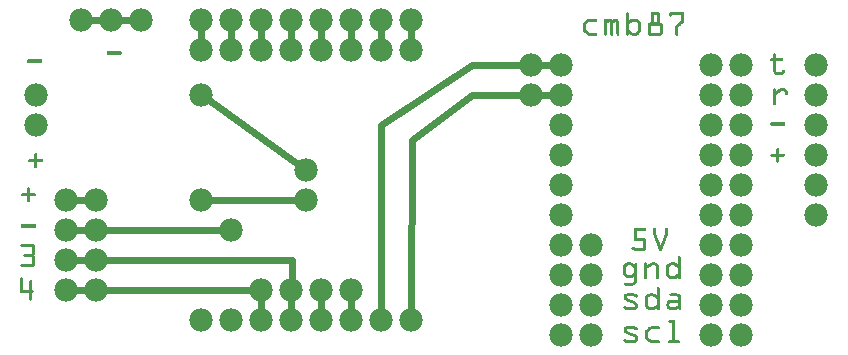
<source format=gtl>
G04 MADE WITH FRITZING*
G04 WWW.FRITZING.ORG*
G04 DOUBLE SIDED*
G04 HOLES PLATED*
G04 CONTOUR ON CENTER OF CONTOUR VECTOR*
%ASAXBY*%
%FSLAX23Y23*%
%MOIN*%
%OFA0B0*%
%SFA1.0B1.0*%
%ADD10C,0.077778*%
%ADD11C,0.078000*%
%ADD12C,0.024000*%
%ADD13R,0.001000X0.001000*%
%LNCOPPER1*%
G90*
G70*
G54D10*
X1344Y1020D03*
X1244Y1020D03*
X1144Y1020D03*
X1044Y1020D03*
X944Y1020D03*
X844Y1020D03*
X744Y1020D03*
X644Y1020D03*
X644Y120D03*
X744Y120D03*
X844Y120D03*
X944Y120D03*
X1044Y120D03*
X1144Y120D03*
X1244Y120D03*
X1344Y120D03*
G54D11*
X644Y1120D03*
X744Y1120D03*
X844Y1120D03*
X944Y1120D03*
X1044Y1120D03*
X1144Y1120D03*
X1244Y1120D03*
X1344Y1120D03*
X2694Y470D03*
X2694Y570D03*
X2694Y670D03*
X2694Y770D03*
X2694Y870D03*
X2694Y970D03*
X2344Y470D03*
X2344Y570D03*
X2344Y670D03*
X2344Y770D03*
X2344Y870D03*
X2344Y970D03*
X1844Y970D03*
X1844Y870D03*
X1844Y770D03*
X1844Y670D03*
X1844Y570D03*
X1844Y470D03*
X94Y870D03*
X94Y770D03*
X1744Y970D03*
X1744Y870D03*
X644Y870D03*
X2444Y470D03*
X2444Y570D03*
X2444Y670D03*
X2444Y770D03*
X2444Y870D03*
X2444Y970D03*
X844Y220D03*
X944Y220D03*
X1044Y220D03*
X1144Y220D03*
X1844Y70D03*
X1844Y170D03*
X1844Y270D03*
X1844Y370D03*
X994Y620D03*
X994Y520D03*
X644Y520D03*
X2344Y70D03*
X2344Y170D03*
X2344Y270D03*
X2344Y370D03*
X2444Y70D03*
X2444Y170D03*
X2444Y270D03*
X2444Y370D03*
X1944Y70D03*
X1944Y170D03*
X1944Y270D03*
X1944Y370D03*
X194Y220D03*
X194Y320D03*
X194Y420D03*
X194Y520D03*
X294Y220D03*
X294Y320D03*
X294Y420D03*
X294Y520D03*
X744Y420D03*
X244Y1120D03*
X344Y1120D03*
X444Y1120D03*
G54D12*
X1545Y969D02*
X1244Y769D01*
D02*
X1814Y970D02*
X1545Y969D01*
D02*
X1244Y769D02*
X1244Y149D01*
D02*
X1345Y720D02*
X1545Y870D01*
D02*
X1545Y870D02*
X1814Y870D01*
D02*
X1344Y149D02*
X1345Y720D01*
D02*
X1814Y970D02*
X1775Y970D01*
D02*
X1775Y870D02*
X1814Y870D01*
D02*
X970Y637D02*
X669Y852D01*
D02*
X964Y520D02*
X675Y520D01*
D02*
X325Y220D02*
X814Y220D01*
D02*
X945Y320D02*
X945Y250D01*
D02*
X325Y320D02*
X945Y320D01*
D02*
X325Y420D02*
X714Y420D01*
D02*
X264Y520D02*
X225Y520D01*
D02*
X225Y420D02*
X264Y420D01*
D02*
X225Y320D02*
X264Y320D01*
D02*
X264Y220D02*
X225Y220D01*
D02*
X1344Y1090D02*
X1344Y1049D01*
D02*
X1244Y1090D02*
X1244Y1049D01*
D02*
X1144Y1090D02*
X1144Y1049D01*
D02*
X1044Y1090D02*
X1044Y1049D01*
D02*
X944Y1090D02*
X944Y1049D01*
D02*
X844Y1090D02*
X844Y1049D01*
D02*
X744Y1090D02*
X744Y1049D01*
D02*
X644Y1090D02*
X644Y1049D01*
D02*
X844Y190D02*
X844Y149D01*
D02*
X944Y190D02*
X944Y149D01*
D02*
X1044Y190D02*
X1044Y149D01*
D02*
X1144Y190D02*
X1144Y149D01*
D02*
X314Y1120D02*
X275Y1120D01*
D02*
X375Y1120D02*
X414Y1120D01*
G54D13*
X2062Y1144D02*
X2067Y1144D01*
X2145Y1144D02*
X2169Y1144D01*
X2207Y1144D02*
X2254Y1144D01*
X2061Y1143D02*
X2068Y1143D01*
X2144Y1143D02*
X2170Y1143D01*
X2206Y1143D02*
X2254Y1143D01*
X2061Y1142D02*
X2069Y1142D01*
X2143Y1142D02*
X2171Y1142D01*
X2205Y1142D02*
X2254Y1142D01*
X2060Y1141D02*
X2069Y1141D01*
X2143Y1141D02*
X2171Y1141D01*
X2205Y1141D02*
X2254Y1141D01*
X2060Y1140D02*
X2069Y1140D01*
X2143Y1140D02*
X2171Y1140D01*
X2205Y1140D02*
X2254Y1140D01*
X2060Y1139D02*
X2069Y1139D01*
X2143Y1139D02*
X2171Y1139D01*
X2205Y1139D02*
X2254Y1139D01*
X2060Y1138D02*
X2069Y1138D01*
X2143Y1138D02*
X2171Y1138D01*
X2205Y1138D02*
X2254Y1138D01*
X2060Y1137D02*
X2069Y1137D01*
X2143Y1137D02*
X2171Y1137D01*
X2205Y1137D02*
X2254Y1137D01*
X2060Y1136D02*
X2069Y1136D01*
X2143Y1136D02*
X2171Y1136D01*
X2205Y1136D02*
X2254Y1136D01*
X2060Y1135D02*
X2069Y1135D01*
X2143Y1135D02*
X2171Y1135D01*
X2205Y1135D02*
X2254Y1135D01*
X2060Y1134D02*
X2069Y1134D01*
X2143Y1134D02*
X2152Y1134D01*
X2162Y1134D02*
X2171Y1134D01*
X2205Y1134D02*
X2214Y1134D01*
X2244Y1134D02*
X2254Y1134D01*
X2060Y1133D02*
X2069Y1133D01*
X2143Y1133D02*
X2152Y1133D01*
X2162Y1133D02*
X2171Y1133D01*
X2206Y1133D02*
X2213Y1133D01*
X2244Y1133D02*
X2254Y1133D01*
X2060Y1132D02*
X2069Y1132D01*
X2143Y1132D02*
X2152Y1132D01*
X2162Y1132D02*
X2171Y1132D01*
X2207Y1132D02*
X2212Y1132D01*
X2244Y1132D02*
X2254Y1132D01*
X2060Y1131D02*
X2069Y1131D01*
X2143Y1131D02*
X2152Y1131D01*
X2162Y1131D02*
X2171Y1131D01*
X2208Y1131D02*
X2210Y1131D01*
X2244Y1131D02*
X2254Y1131D01*
X2060Y1130D02*
X2069Y1130D01*
X2143Y1130D02*
X2152Y1130D01*
X2162Y1130D02*
X2171Y1130D01*
X2244Y1130D02*
X2254Y1130D01*
X2060Y1129D02*
X2069Y1129D01*
X2143Y1129D02*
X2152Y1129D01*
X2162Y1129D02*
X2171Y1129D01*
X2244Y1129D02*
X2254Y1129D01*
X2060Y1128D02*
X2069Y1128D01*
X2143Y1128D02*
X2152Y1128D01*
X2162Y1128D02*
X2171Y1128D01*
X2244Y1128D02*
X2254Y1128D01*
X2060Y1127D02*
X2069Y1127D01*
X2143Y1127D02*
X2152Y1127D01*
X2162Y1127D02*
X2171Y1127D01*
X2244Y1127D02*
X2254Y1127D01*
X2060Y1126D02*
X2069Y1126D01*
X2143Y1126D02*
X2152Y1126D01*
X2162Y1126D02*
X2171Y1126D01*
X2244Y1126D02*
X2254Y1126D01*
X2060Y1125D02*
X2069Y1125D01*
X2143Y1125D02*
X2152Y1125D01*
X2162Y1125D02*
X2171Y1125D01*
X2244Y1125D02*
X2254Y1125D01*
X2060Y1124D02*
X2069Y1124D01*
X2143Y1124D02*
X2152Y1124D01*
X2162Y1124D02*
X2171Y1124D01*
X2244Y1124D02*
X2254Y1124D01*
X1935Y1123D02*
X1962Y1123D01*
X1990Y1123D02*
X1994Y1123D01*
X2002Y1123D02*
X2009Y1123D01*
X2022Y1123D02*
X2027Y1123D01*
X2060Y1123D02*
X2069Y1123D01*
X2079Y1123D02*
X2095Y1123D01*
X2143Y1123D02*
X2152Y1123D01*
X2162Y1123D02*
X2171Y1123D01*
X2244Y1123D02*
X2254Y1123D01*
X1932Y1122D02*
X1963Y1122D01*
X1988Y1122D02*
X1995Y1122D01*
X1999Y1122D02*
X2011Y1122D01*
X2019Y1122D02*
X2030Y1122D01*
X2060Y1122D02*
X2069Y1122D01*
X2077Y1122D02*
X2097Y1122D01*
X2143Y1122D02*
X2152Y1122D01*
X2162Y1122D02*
X2171Y1122D01*
X2244Y1122D02*
X2254Y1122D01*
X1930Y1121D02*
X1964Y1121D01*
X1988Y1121D02*
X1996Y1121D01*
X1998Y1121D02*
X2012Y1121D01*
X2018Y1121D02*
X2031Y1121D01*
X2060Y1121D02*
X2069Y1121D01*
X2075Y1121D02*
X2099Y1121D01*
X2143Y1121D02*
X2152Y1121D01*
X2162Y1121D02*
X2171Y1121D01*
X2244Y1121D02*
X2254Y1121D01*
X1929Y1120D02*
X1964Y1120D01*
X1987Y1120D02*
X2013Y1120D01*
X2017Y1120D02*
X2032Y1120D01*
X2060Y1120D02*
X2069Y1120D01*
X2074Y1120D02*
X2100Y1120D01*
X2143Y1120D02*
X2152Y1120D01*
X2162Y1120D02*
X2171Y1120D01*
X2244Y1120D02*
X2254Y1120D01*
X1928Y1119D02*
X1964Y1119D01*
X1987Y1119D02*
X2033Y1119D01*
X2060Y1119D02*
X2069Y1119D01*
X2072Y1119D02*
X2102Y1119D01*
X2143Y1119D02*
X2152Y1119D01*
X2162Y1119D02*
X2171Y1119D01*
X2244Y1119D02*
X2254Y1119D01*
X1927Y1118D02*
X1964Y1118D01*
X1987Y1118D02*
X2034Y1118D01*
X2060Y1118D02*
X2069Y1118D01*
X2071Y1118D02*
X2103Y1118D01*
X2143Y1118D02*
X2152Y1118D01*
X2162Y1118D02*
X2171Y1118D01*
X2244Y1118D02*
X2254Y1118D01*
X1926Y1117D02*
X1964Y1117D01*
X1987Y1117D02*
X2035Y1117D01*
X2060Y1117D02*
X2104Y1117D01*
X2143Y1117D02*
X2152Y1117D01*
X2162Y1117D02*
X2171Y1117D01*
X2244Y1117D02*
X2254Y1117D01*
X1924Y1116D02*
X1964Y1116D01*
X1987Y1116D02*
X2035Y1116D01*
X2060Y1116D02*
X2105Y1116D01*
X2143Y1116D02*
X2152Y1116D01*
X2162Y1116D02*
X2171Y1116D01*
X2244Y1116D02*
X2254Y1116D01*
X1923Y1115D02*
X1963Y1115D01*
X1987Y1115D02*
X2036Y1115D01*
X2060Y1115D02*
X2106Y1115D01*
X2143Y1115D02*
X2152Y1115D01*
X2162Y1115D02*
X2171Y1115D01*
X2242Y1115D02*
X2254Y1115D01*
X1922Y1114D02*
X1961Y1114D01*
X1987Y1114D02*
X2036Y1114D01*
X2060Y1114D02*
X2106Y1114D01*
X2143Y1114D02*
X2152Y1114D01*
X2162Y1114D02*
X2171Y1114D01*
X2241Y1114D02*
X2254Y1114D01*
X1921Y1113D02*
X1936Y1113D01*
X1987Y1113D02*
X2003Y1113D01*
X2007Y1113D02*
X2023Y1113D01*
X2027Y1113D02*
X2036Y1113D01*
X2060Y1113D02*
X2080Y1113D01*
X2094Y1113D02*
X2107Y1113D01*
X2143Y1113D02*
X2152Y1113D01*
X2162Y1113D02*
X2171Y1113D01*
X2240Y1113D02*
X2253Y1113D01*
X1920Y1112D02*
X1935Y1112D01*
X1987Y1112D02*
X2002Y1112D01*
X2008Y1112D02*
X2022Y1112D01*
X2027Y1112D02*
X2036Y1112D01*
X2060Y1112D02*
X2079Y1112D01*
X2095Y1112D02*
X2108Y1112D01*
X2143Y1112D02*
X2152Y1112D01*
X2162Y1112D02*
X2171Y1112D01*
X2239Y1112D02*
X2253Y1112D01*
X1919Y1111D02*
X1933Y1111D01*
X1987Y1111D02*
X2001Y1111D01*
X2008Y1111D02*
X2021Y1111D01*
X2027Y1111D02*
X2036Y1111D01*
X2060Y1111D02*
X2078Y1111D01*
X2096Y1111D02*
X2108Y1111D01*
X2141Y1111D02*
X2172Y1111D01*
X2238Y1111D02*
X2252Y1111D01*
X1918Y1110D02*
X1932Y1110D01*
X1987Y1110D02*
X2000Y1110D01*
X2008Y1110D02*
X2019Y1110D01*
X2027Y1110D02*
X2036Y1110D01*
X2060Y1110D02*
X2077Y1110D01*
X2097Y1110D02*
X2108Y1110D01*
X2138Y1110D02*
X2176Y1110D01*
X2237Y1110D02*
X2251Y1110D01*
X1918Y1109D02*
X1931Y1109D01*
X1987Y1109D02*
X1998Y1109D01*
X2008Y1109D02*
X2018Y1109D01*
X2027Y1109D02*
X2036Y1109D01*
X2060Y1109D02*
X2076Y1109D01*
X2098Y1109D02*
X2109Y1109D01*
X2137Y1109D02*
X2177Y1109D01*
X2235Y1109D02*
X2250Y1109D01*
X1917Y1108D02*
X1930Y1108D01*
X1987Y1108D02*
X1997Y1108D01*
X2008Y1108D02*
X2017Y1108D01*
X2027Y1108D02*
X2036Y1108D01*
X2060Y1108D02*
X2074Y1108D01*
X2099Y1108D02*
X2109Y1108D01*
X2135Y1108D02*
X2178Y1108D01*
X2234Y1108D02*
X2249Y1108D01*
X1917Y1107D02*
X1929Y1107D01*
X1987Y1107D02*
X1996Y1107D01*
X2008Y1107D02*
X2017Y1107D01*
X2027Y1107D02*
X2036Y1107D01*
X2060Y1107D02*
X2073Y1107D01*
X2100Y1107D02*
X2109Y1107D01*
X2135Y1107D02*
X2179Y1107D01*
X2233Y1107D02*
X2248Y1107D01*
X1916Y1106D02*
X1928Y1106D01*
X1987Y1106D02*
X1996Y1106D01*
X2008Y1106D02*
X2017Y1106D01*
X2027Y1106D02*
X2036Y1106D01*
X2060Y1106D02*
X2072Y1106D01*
X2100Y1106D02*
X2109Y1106D01*
X2134Y1106D02*
X2180Y1106D01*
X2232Y1106D02*
X2246Y1106D01*
X1916Y1105D02*
X1926Y1105D01*
X1987Y1105D02*
X1996Y1105D01*
X2008Y1105D02*
X2017Y1105D01*
X2027Y1105D02*
X2036Y1105D01*
X2060Y1105D02*
X2071Y1105D01*
X2100Y1105D02*
X2109Y1105D01*
X2133Y1105D02*
X2180Y1105D01*
X2231Y1105D02*
X2245Y1105D01*
X1916Y1104D02*
X1926Y1104D01*
X1987Y1104D02*
X1996Y1104D01*
X2008Y1104D02*
X2017Y1104D01*
X2027Y1104D02*
X2036Y1104D01*
X2060Y1104D02*
X2070Y1104D01*
X2100Y1104D02*
X2109Y1104D01*
X2133Y1104D02*
X2181Y1104D01*
X2229Y1104D02*
X2244Y1104D01*
X1916Y1103D02*
X1925Y1103D01*
X1987Y1103D02*
X1996Y1103D01*
X2008Y1103D02*
X2017Y1103D01*
X2027Y1103D02*
X2036Y1103D01*
X2060Y1103D02*
X2070Y1103D01*
X2100Y1103D02*
X2109Y1103D01*
X2133Y1103D02*
X2181Y1103D01*
X2228Y1103D02*
X2243Y1103D01*
X1916Y1102D02*
X1925Y1102D01*
X1987Y1102D02*
X1996Y1102D01*
X2008Y1102D02*
X2017Y1102D01*
X2027Y1102D02*
X2036Y1102D01*
X2060Y1102D02*
X2069Y1102D01*
X2100Y1102D02*
X2109Y1102D01*
X2133Y1102D02*
X2181Y1102D01*
X2227Y1102D02*
X2242Y1102D01*
X1916Y1101D02*
X1925Y1101D01*
X1987Y1101D02*
X1996Y1101D01*
X2008Y1101D02*
X2017Y1101D01*
X2027Y1101D02*
X2036Y1101D01*
X2060Y1101D02*
X2069Y1101D01*
X2100Y1101D02*
X2109Y1101D01*
X2133Y1101D02*
X2181Y1101D01*
X2226Y1101D02*
X2241Y1101D01*
X1916Y1100D02*
X1925Y1100D01*
X1987Y1100D02*
X1996Y1100D01*
X2008Y1100D02*
X2017Y1100D01*
X2027Y1100D02*
X2036Y1100D01*
X2060Y1100D02*
X2069Y1100D01*
X2100Y1100D02*
X2109Y1100D01*
X2133Y1100D02*
X2142Y1100D01*
X2172Y1100D02*
X2181Y1100D01*
X2225Y1100D02*
X2239Y1100D01*
X1916Y1099D02*
X1925Y1099D01*
X1987Y1099D02*
X1996Y1099D01*
X2008Y1099D02*
X2017Y1099D01*
X2027Y1099D02*
X2036Y1099D01*
X2060Y1099D02*
X2069Y1099D01*
X2100Y1099D02*
X2109Y1099D01*
X2133Y1099D02*
X2142Y1099D01*
X2172Y1099D02*
X2181Y1099D01*
X2225Y1099D02*
X2238Y1099D01*
X1916Y1098D02*
X1925Y1098D01*
X1987Y1098D02*
X1996Y1098D01*
X2008Y1098D02*
X2017Y1098D01*
X2027Y1098D02*
X2037Y1098D01*
X2060Y1098D02*
X2069Y1098D01*
X2100Y1098D02*
X2109Y1098D01*
X2133Y1098D02*
X2142Y1098D01*
X2172Y1098D02*
X2181Y1098D01*
X2225Y1098D02*
X2237Y1098D01*
X1916Y1097D02*
X1925Y1097D01*
X1987Y1097D02*
X1996Y1097D01*
X2008Y1097D02*
X2017Y1097D01*
X2027Y1097D02*
X2037Y1097D01*
X2060Y1097D02*
X2069Y1097D01*
X2100Y1097D02*
X2109Y1097D01*
X2133Y1097D02*
X2142Y1097D01*
X2172Y1097D02*
X2181Y1097D01*
X2225Y1097D02*
X2236Y1097D01*
X1916Y1096D02*
X1925Y1096D01*
X1987Y1096D02*
X1996Y1096D01*
X2008Y1096D02*
X2017Y1096D01*
X2028Y1096D02*
X2037Y1096D01*
X2060Y1096D02*
X2069Y1096D01*
X2100Y1096D02*
X2109Y1096D01*
X2133Y1096D02*
X2142Y1096D01*
X2172Y1096D02*
X2181Y1096D01*
X2225Y1096D02*
X2235Y1096D01*
X1916Y1095D02*
X1925Y1095D01*
X1987Y1095D02*
X1996Y1095D01*
X2008Y1095D02*
X2017Y1095D01*
X2028Y1095D02*
X2037Y1095D01*
X2060Y1095D02*
X2069Y1095D01*
X2100Y1095D02*
X2109Y1095D01*
X2133Y1095D02*
X2142Y1095D01*
X2172Y1095D02*
X2181Y1095D01*
X2225Y1095D02*
X2234Y1095D01*
X1916Y1094D02*
X1925Y1094D01*
X1987Y1094D02*
X1996Y1094D01*
X2008Y1094D02*
X2017Y1094D01*
X2028Y1094D02*
X2037Y1094D01*
X2060Y1094D02*
X2069Y1094D01*
X2100Y1094D02*
X2109Y1094D01*
X2133Y1094D02*
X2142Y1094D01*
X2172Y1094D02*
X2181Y1094D01*
X2225Y1094D02*
X2234Y1094D01*
X1916Y1093D02*
X1925Y1093D01*
X1987Y1093D02*
X1996Y1093D01*
X2008Y1093D02*
X2017Y1093D01*
X2028Y1093D02*
X2037Y1093D01*
X2060Y1093D02*
X2069Y1093D01*
X2100Y1093D02*
X2109Y1093D01*
X2133Y1093D02*
X2142Y1093D01*
X2172Y1093D02*
X2181Y1093D01*
X2225Y1093D02*
X2234Y1093D01*
X1916Y1092D02*
X1925Y1092D01*
X1987Y1092D02*
X1996Y1092D01*
X2008Y1092D02*
X2017Y1092D01*
X2028Y1092D02*
X2037Y1092D01*
X2060Y1092D02*
X2069Y1092D01*
X2100Y1092D02*
X2109Y1092D01*
X2133Y1092D02*
X2142Y1092D01*
X2172Y1092D02*
X2181Y1092D01*
X2225Y1092D02*
X2234Y1092D01*
X1916Y1091D02*
X1925Y1091D01*
X1987Y1091D02*
X1996Y1091D01*
X2008Y1091D02*
X2017Y1091D01*
X2028Y1091D02*
X2037Y1091D01*
X2060Y1091D02*
X2069Y1091D01*
X2100Y1091D02*
X2109Y1091D01*
X2133Y1091D02*
X2142Y1091D01*
X2172Y1091D02*
X2181Y1091D01*
X2225Y1091D02*
X2234Y1091D01*
X1916Y1090D02*
X1925Y1090D01*
X1987Y1090D02*
X1996Y1090D01*
X2008Y1090D02*
X2017Y1090D01*
X2028Y1090D02*
X2037Y1090D01*
X2060Y1090D02*
X2069Y1090D01*
X2100Y1090D02*
X2109Y1090D01*
X2133Y1090D02*
X2142Y1090D01*
X2172Y1090D02*
X2181Y1090D01*
X2225Y1090D02*
X2234Y1090D01*
X1916Y1089D02*
X1925Y1089D01*
X1987Y1089D02*
X1996Y1089D01*
X2008Y1089D02*
X2017Y1089D01*
X2028Y1089D02*
X2037Y1089D01*
X2060Y1089D02*
X2069Y1089D01*
X2100Y1089D02*
X2109Y1089D01*
X2133Y1089D02*
X2142Y1089D01*
X2172Y1089D02*
X2181Y1089D01*
X2225Y1089D02*
X2234Y1089D01*
X1916Y1088D02*
X1925Y1088D01*
X1987Y1088D02*
X1996Y1088D01*
X2008Y1088D02*
X2017Y1088D01*
X2028Y1088D02*
X2037Y1088D01*
X2060Y1088D02*
X2070Y1088D01*
X2100Y1088D02*
X2109Y1088D01*
X2133Y1088D02*
X2142Y1088D01*
X2172Y1088D02*
X2181Y1088D01*
X2225Y1088D02*
X2234Y1088D01*
X1916Y1087D02*
X1925Y1087D01*
X1987Y1087D02*
X1996Y1087D01*
X2008Y1087D02*
X2017Y1087D01*
X2028Y1087D02*
X2037Y1087D01*
X2060Y1087D02*
X2070Y1087D01*
X2100Y1087D02*
X2109Y1087D01*
X2133Y1087D02*
X2142Y1087D01*
X2172Y1087D02*
X2181Y1087D01*
X2225Y1087D02*
X2234Y1087D01*
X1916Y1086D02*
X1926Y1086D01*
X1987Y1086D02*
X1996Y1086D01*
X2008Y1086D02*
X2017Y1086D01*
X2028Y1086D02*
X2037Y1086D01*
X2060Y1086D02*
X2071Y1086D01*
X2100Y1086D02*
X2109Y1086D01*
X2133Y1086D02*
X2142Y1086D01*
X2172Y1086D02*
X2181Y1086D01*
X2225Y1086D02*
X2234Y1086D01*
X1916Y1085D02*
X1927Y1085D01*
X1987Y1085D02*
X1996Y1085D01*
X2008Y1085D02*
X2017Y1085D01*
X2028Y1085D02*
X2037Y1085D01*
X2060Y1085D02*
X2072Y1085D01*
X2100Y1085D02*
X2109Y1085D01*
X2133Y1085D02*
X2142Y1085D01*
X2172Y1085D02*
X2181Y1085D01*
X2225Y1085D02*
X2234Y1085D01*
X1917Y1084D02*
X1928Y1084D01*
X1987Y1084D02*
X1996Y1084D01*
X2008Y1084D02*
X2017Y1084D01*
X2028Y1084D02*
X2037Y1084D01*
X2060Y1084D02*
X2073Y1084D01*
X2100Y1084D02*
X2109Y1084D01*
X2133Y1084D02*
X2142Y1084D01*
X2172Y1084D02*
X2181Y1084D01*
X2225Y1084D02*
X2234Y1084D01*
X1917Y1083D02*
X1930Y1083D01*
X1987Y1083D02*
X1996Y1083D01*
X2008Y1083D02*
X2017Y1083D01*
X2028Y1083D02*
X2037Y1083D01*
X2060Y1083D02*
X2074Y1083D01*
X2099Y1083D02*
X2109Y1083D01*
X2133Y1083D02*
X2142Y1083D01*
X2172Y1083D02*
X2181Y1083D01*
X2225Y1083D02*
X2234Y1083D01*
X1918Y1082D02*
X1931Y1082D01*
X1987Y1082D02*
X1996Y1082D01*
X2008Y1082D02*
X2017Y1082D01*
X2028Y1082D02*
X2037Y1082D01*
X2060Y1082D02*
X2075Y1082D01*
X2099Y1082D02*
X2109Y1082D01*
X2133Y1082D02*
X2142Y1082D01*
X2172Y1082D02*
X2181Y1082D01*
X2225Y1082D02*
X2234Y1082D01*
X1918Y1081D02*
X1932Y1081D01*
X1987Y1081D02*
X1996Y1081D01*
X2008Y1081D02*
X2017Y1081D01*
X2028Y1081D02*
X2037Y1081D01*
X2060Y1081D02*
X2077Y1081D01*
X2098Y1081D02*
X2109Y1081D01*
X2133Y1081D02*
X2142Y1081D01*
X2172Y1081D02*
X2181Y1081D01*
X2225Y1081D02*
X2234Y1081D01*
X1919Y1080D02*
X1933Y1080D01*
X1987Y1080D02*
X1996Y1080D01*
X2008Y1080D02*
X2017Y1080D01*
X2028Y1080D02*
X2037Y1080D01*
X2060Y1080D02*
X2078Y1080D01*
X2097Y1080D02*
X2108Y1080D01*
X2133Y1080D02*
X2142Y1080D01*
X2172Y1080D02*
X2181Y1080D01*
X2225Y1080D02*
X2234Y1080D01*
X1920Y1079D02*
X1934Y1079D01*
X1987Y1079D02*
X1996Y1079D01*
X2008Y1079D02*
X2017Y1079D01*
X2028Y1079D02*
X2037Y1079D01*
X2060Y1079D02*
X2079Y1079D01*
X2095Y1079D02*
X2108Y1079D01*
X2133Y1079D02*
X2142Y1079D01*
X2172Y1079D02*
X2181Y1079D01*
X2225Y1079D02*
X2234Y1079D01*
X1921Y1078D02*
X1936Y1078D01*
X1987Y1078D02*
X1996Y1078D01*
X2008Y1078D02*
X2017Y1078D01*
X2028Y1078D02*
X2037Y1078D01*
X2060Y1078D02*
X2080Y1078D01*
X2094Y1078D02*
X2107Y1078D01*
X2133Y1078D02*
X2142Y1078D01*
X2172Y1078D02*
X2181Y1078D01*
X2225Y1078D02*
X2234Y1078D01*
X1922Y1077D02*
X1960Y1077D01*
X1987Y1077D02*
X1996Y1077D01*
X2008Y1077D02*
X2017Y1077D01*
X2028Y1077D02*
X2037Y1077D01*
X2060Y1077D02*
X2107Y1077D01*
X2133Y1077D02*
X2181Y1077D01*
X2225Y1077D02*
X2234Y1077D01*
X1923Y1076D02*
X1962Y1076D01*
X1987Y1076D02*
X1996Y1076D01*
X2008Y1076D02*
X2017Y1076D01*
X2028Y1076D02*
X2037Y1076D01*
X2060Y1076D02*
X2106Y1076D01*
X2133Y1076D02*
X2181Y1076D01*
X2225Y1076D02*
X2234Y1076D01*
X1924Y1075D02*
X1963Y1075D01*
X1987Y1075D02*
X1996Y1075D01*
X2008Y1075D02*
X2017Y1075D01*
X2028Y1075D02*
X2037Y1075D01*
X2060Y1075D02*
X2105Y1075D01*
X2133Y1075D02*
X2181Y1075D01*
X2225Y1075D02*
X2234Y1075D01*
X1926Y1074D02*
X1964Y1074D01*
X1987Y1074D02*
X1996Y1074D01*
X2008Y1074D02*
X2017Y1074D01*
X2028Y1074D02*
X2037Y1074D01*
X2060Y1074D02*
X2104Y1074D01*
X2133Y1074D02*
X2181Y1074D01*
X2225Y1074D02*
X2234Y1074D01*
X1927Y1073D02*
X1964Y1073D01*
X1987Y1073D02*
X1996Y1073D01*
X2008Y1073D02*
X2017Y1073D01*
X2028Y1073D02*
X2037Y1073D01*
X2060Y1073D02*
X2103Y1073D01*
X2133Y1073D02*
X2180Y1073D01*
X2225Y1073D02*
X2234Y1073D01*
X1928Y1072D02*
X1964Y1072D01*
X1987Y1072D02*
X1996Y1072D01*
X2008Y1072D02*
X2017Y1072D01*
X2028Y1072D02*
X2037Y1072D01*
X2060Y1072D02*
X2069Y1072D01*
X2072Y1072D02*
X2102Y1072D01*
X2134Y1072D02*
X2180Y1072D01*
X2225Y1072D02*
X2234Y1072D01*
X1929Y1071D02*
X1964Y1071D01*
X1987Y1071D02*
X1996Y1071D01*
X2008Y1071D02*
X2017Y1071D01*
X2029Y1071D02*
X2037Y1071D01*
X2060Y1071D02*
X2069Y1071D01*
X2073Y1071D02*
X2101Y1071D01*
X2135Y1071D02*
X2179Y1071D01*
X2225Y1071D02*
X2233Y1071D01*
X1930Y1070D02*
X1964Y1070D01*
X1988Y1070D02*
X1996Y1070D01*
X2008Y1070D02*
X2016Y1070D01*
X2029Y1070D02*
X2037Y1070D01*
X2061Y1070D02*
X2069Y1070D01*
X2075Y1070D02*
X2099Y1070D01*
X2136Y1070D02*
X2178Y1070D01*
X2225Y1070D02*
X2233Y1070D01*
X1932Y1069D02*
X1963Y1069D01*
X1988Y1069D02*
X1995Y1069D01*
X2009Y1069D02*
X2016Y1069D01*
X2030Y1069D02*
X2036Y1069D01*
X2061Y1069D02*
X2068Y1069D01*
X2076Y1069D02*
X2098Y1069D01*
X2137Y1069D02*
X2177Y1069D01*
X2226Y1069D02*
X2233Y1069D01*
X1934Y1068D02*
X1962Y1068D01*
X1989Y1068D02*
X1994Y1068D01*
X2010Y1068D02*
X2015Y1068D01*
X2031Y1068D02*
X2035Y1068D01*
X2062Y1068D02*
X2067Y1068D01*
X2079Y1068D02*
X2096Y1068D01*
X2138Y1068D02*
X2175Y1068D01*
X2227Y1068D02*
X2232Y1068D01*
X1939Y1067D02*
X1959Y1067D01*
X2084Y1067D02*
X2091Y1067D01*
X2142Y1067D02*
X2171Y1067D01*
X332Y1016D02*
X375Y1016D01*
X330Y1015D02*
X376Y1015D01*
X330Y1014D02*
X377Y1014D01*
X329Y1013D02*
X377Y1013D01*
X329Y1012D02*
X377Y1012D01*
X329Y1011D02*
X378Y1011D01*
X329Y1010D02*
X378Y1010D01*
X329Y1009D02*
X378Y1009D01*
X329Y1008D02*
X378Y1008D01*
X2552Y1008D02*
X2557Y1008D01*
X329Y1007D02*
X378Y1007D01*
X2551Y1007D02*
X2558Y1007D01*
X329Y1006D02*
X377Y1006D01*
X2551Y1006D02*
X2559Y1006D01*
X329Y1005D02*
X377Y1005D01*
X2550Y1005D02*
X2559Y1005D01*
X330Y1004D02*
X376Y1004D01*
X2550Y1004D02*
X2559Y1004D01*
X331Y1003D02*
X375Y1003D01*
X2550Y1003D02*
X2559Y1003D01*
X2550Y1002D02*
X2559Y1002D01*
X2550Y1001D02*
X2559Y1001D01*
X2550Y1000D02*
X2559Y1000D01*
X2550Y999D02*
X2559Y999D01*
X2550Y998D02*
X2559Y998D01*
X2550Y997D02*
X2559Y997D01*
X2550Y996D02*
X2559Y996D01*
X2550Y995D02*
X2559Y995D01*
X2550Y994D02*
X2559Y994D01*
X2550Y993D02*
X2559Y993D01*
X2545Y992D02*
X2579Y992D01*
X2543Y991D02*
X2582Y991D01*
X2542Y990D02*
X2583Y990D01*
X2541Y989D02*
X2584Y989D01*
X67Y988D02*
X111Y988D01*
X2541Y988D02*
X2584Y988D01*
X66Y987D02*
X112Y987D01*
X2540Y987D02*
X2584Y987D01*
X65Y986D02*
X113Y986D01*
X2541Y986D02*
X2584Y986D01*
X65Y985D02*
X113Y985D01*
X2541Y985D02*
X2584Y985D01*
X65Y984D02*
X113Y984D01*
X2541Y984D02*
X2583Y984D01*
X64Y983D02*
X113Y983D01*
X2542Y983D02*
X2582Y983D01*
X64Y982D02*
X113Y982D01*
X2545Y982D02*
X2580Y982D01*
X64Y981D02*
X113Y981D01*
X2550Y981D02*
X2559Y981D01*
X64Y980D02*
X113Y980D01*
X2550Y980D02*
X2559Y980D01*
X65Y979D02*
X113Y979D01*
X2550Y979D02*
X2559Y979D01*
X65Y978D02*
X113Y978D01*
X2550Y978D02*
X2559Y978D01*
X65Y977D02*
X113Y977D01*
X2550Y977D02*
X2559Y977D01*
X66Y976D02*
X112Y976D01*
X2550Y976D02*
X2559Y976D01*
X67Y975D02*
X111Y975D01*
X2550Y975D02*
X2559Y975D01*
X2550Y974D02*
X2559Y974D01*
X2550Y973D02*
X2559Y973D01*
X2550Y972D02*
X2559Y972D01*
X2550Y971D02*
X2559Y971D01*
X2550Y970D02*
X2559Y970D01*
X2550Y969D02*
X2559Y969D01*
X2550Y968D02*
X2559Y968D01*
X2550Y967D02*
X2559Y967D01*
X2550Y966D02*
X2559Y966D01*
X2550Y965D02*
X2559Y965D01*
X2550Y964D02*
X2559Y964D01*
X2550Y963D02*
X2559Y963D01*
X2550Y962D02*
X2559Y962D01*
X2550Y961D02*
X2559Y961D01*
X2550Y960D02*
X2559Y960D01*
X2550Y959D02*
X2559Y959D01*
X2550Y958D02*
X2559Y958D01*
X2550Y957D02*
X2559Y957D01*
X2550Y956D02*
X2559Y956D01*
X2550Y955D02*
X2559Y955D01*
X2550Y954D02*
X2559Y954D01*
X2550Y953D02*
X2559Y953D01*
X2583Y953D02*
X2587Y953D01*
X2550Y952D02*
X2559Y952D01*
X2581Y952D02*
X2588Y952D01*
X2550Y951D02*
X2559Y951D01*
X2581Y951D02*
X2589Y951D01*
X2550Y950D02*
X2559Y950D01*
X2580Y950D02*
X2589Y950D01*
X2550Y949D02*
X2560Y949D01*
X2580Y949D02*
X2589Y949D01*
X2551Y948D02*
X2560Y948D01*
X2579Y948D02*
X2589Y948D01*
X2551Y947D02*
X2561Y947D01*
X2579Y947D02*
X2589Y947D01*
X2551Y946D02*
X2562Y946D01*
X2577Y946D02*
X2589Y946D01*
X2551Y945D02*
X2588Y945D01*
X2552Y944D02*
X2588Y944D01*
X2552Y943D02*
X2587Y943D01*
X2553Y942D02*
X2587Y942D01*
X2554Y941D02*
X2586Y941D01*
X2554Y940D02*
X2585Y940D01*
X2555Y939D02*
X2584Y939D01*
X2557Y938D02*
X2583Y938D01*
X2558Y937D02*
X2581Y937D01*
X2561Y936D02*
X2579Y936D01*
X2574Y892D02*
X2585Y892D01*
X2552Y891D02*
X2557Y891D01*
X2572Y891D02*
X2589Y891D01*
X2551Y890D02*
X2558Y890D01*
X2571Y890D02*
X2591Y890D01*
X2551Y889D02*
X2559Y889D01*
X2569Y889D02*
X2593Y889D01*
X2550Y888D02*
X2559Y888D01*
X2568Y888D02*
X2594Y888D01*
X2550Y887D02*
X2559Y887D01*
X2567Y887D02*
X2595Y887D01*
X2550Y886D02*
X2559Y886D01*
X2566Y886D02*
X2596Y886D01*
X2550Y885D02*
X2559Y885D01*
X2565Y885D02*
X2597Y885D01*
X2550Y884D02*
X2559Y884D01*
X2564Y884D02*
X2597Y884D01*
X2550Y883D02*
X2559Y883D01*
X2562Y883D02*
X2598Y883D01*
X2550Y882D02*
X2559Y882D01*
X2561Y882D02*
X2598Y882D01*
X2550Y881D02*
X2575Y881D01*
X2588Y881D02*
X2598Y881D01*
X2550Y880D02*
X2573Y880D01*
X2589Y880D02*
X2599Y880D01*
X2550Y879D02*
X2572Y879D01*
X2589Y879D02*
X2599Y879D01*
X2550Y878D02*
X2571Y878D01*
X2590Y878D02*
X2599Y878D01*
X2550Y877D02*
X2570Y877D01*
X2590Y877D02*
X2599Y877D01*
X2550Y876D02*
X2569Y876D01*
X2590Y876D02*
X2599Y876D01*
X2550Y875D02*
X2568Y875D01*
X2590Y875D02*
X2599Y875D01*
X2550Y874D02*
X2566Y874D01*
X2590Y874D02*
X2599Y874D01*
X2550Y873D02*
X2565Y873D01*
X2590Y873D02*
X2599Y873D01*
X2550Y872D02*
X2564Y872D01*
X2590Y872D02*
X2598Y872D01*
X2550Y871D02*
X2563Y871D01*
X2591Y871D02*
X2598Y871D01*
X2550Y870D02*
X2562Y870D01*
X2592Y870D02*
X2596Y870D01*
X2550Y869D02*
X2561Y869D01*
X2550Y868D02*
X2560Y868D01*
X2550Y867D02*
X2559Y867D01*
X2550Y866D02*
X2559Y866D01*
X2550Y865D02*
X2559Y865D01*
X2550Y864D02*
X2559Y864D01*
X2550Y863D02*
X2559Y863D01*
X2550Y862D02*
X2559Y862D01*
X2550Y861D02*
X2559Y861D01*
X2550Y860D02*
X2559Y860D01*
X2550Y859D02*
X2559Y859D01*
X2550Y858D02*
X2559Y858D01*
X2550Y857D02*
X2559Y857D01*
X2550Y856D02*
X2559Y856D01*
X2550Y855D02*
X2559Y855D01*
X2550Y854D02*
X2559Y854D01*
X2550Y853D02*
X2559Y853D01*
X2550Y852D02*
X2559Y852D01*
X2550Y851D02*
X2559Y851D01*
X2550Y850D02*
X2559Y850D01*
X2550Y849D02*
X2559Y849D01*
X2550Y848D02*
X2559Y848D01*
X2550Y847D02*
X2559Y847D01*
X2550Y846D02*
X2559Y846D01*
X2550Y845D02*
X2559Y845D01*
X2550Y844D02*
X2559Y844D01*
X2550Y843D02*
X2559Y843D01*
X2550Y842D02*
X2559Y842D01*
X2550Y841D02*
X2559Y841D01*
X2550Y840D02*
X2559Y840D01*
X2550Y839D02*
X2559Y839D01*
X2551Y838D02*
X2558Y838D01*
X2551Y837D02*
X2558Y837D01*
X2553Y836D02*
X2557Y836D01*
X2545Y780D02*
X2585Y780D01*
X2543Y779D02*
X2588Y779D01*
X2542Y778D02*
X2589Y778D01*
X2541Y777D02*
X2589Y777D01*
X2541Y776D02*
X2590Y776D01*
X2541Y775D02*
X2590Y775D01*
X2541Y774D02*
X2590Y774D01*
X2541Y773D02*
X2590Y773D01*
X2541Y772D02*
X2590Y772D01*
X2541Y771D02*
X2590Y771D01*
X2541Y770D02*
X2590Y770D01*
X2541Y769D02*
X2589Y769D01*
X2542Y768D02*
X2589Y768D01*
X2543Y767D02*
X2588Y767D01*
X2544Y766D02*
X2586Y766D01*
X2565Y693D02*
X2566Y693D01*
X2563Y692D02*
X2568Y692D01*
X2562Y691D02*
X2569Y691D01*
X2561Y690D02*
X2569Y690D01*
X2561Y689D02*
X2570Y689D01*
X2561Y688D02*
X2570Y688D01*
X2561Y687D02*
X2570Y687D01*
X2561Y686D02*
X2570Y686D01*
X2561Y685D02*
X2570Y685D01*
X2561Y684D02*
X2570Y684D01*
X2561Y683D02*
X2570Y683D01*
X2561Y682D02*
X2570Y682D01*
X2561Y681D02*
X2570Y681D01*
X2561Y680D02*
X2570Y680D01*
X2561Y679D02*
X2570Y679D01*
X2561Y678D02*
X2570Y678D01*
X2561Y677D02*
X2570Y677D01*
X2561Y676D02*
X2570Y676D01*
X91Y675D02*
X93Y675D01*
X2561Y675D02*
X2570Y675D01*
X89Y674D02*
X95Y674D01*
X2561Y674D02*
X2570Y674D01*
X88Y673D02*
X96Y673D01*
X2544Y673D02*
X2587Y673D01*
X88Y672D02*
X96Y672D01*
X2543Y672D02*
X2588Y672D01*
X88Y671D02*
X96Y671D01*
X2542Y671D02*
X2589Y671D01*
X87Y670D02*
X97Y670D01*
X2541Y670D02*
X2589Y670D01*
X87Y669D02*
X97Y669D01*
X2541Y669D02*
X2590Y669D01*
X87Y668D02*
X97Y668D01*
X2541Y668D02*
X2590Y668D01*
X87Y667D02*
X97Y667D01*
X2541Y667D02*
X2589Y667D01*
X87Y666D02*
X97Y666D01*
X2542Y666D02*
X2589Y666D01*
X87Y665D02*
X97Y665D01*
X2542Y665D02*
X2588Y665D01*
X87Y664D02*
X97Y664D01*
X2544Y664D02*
X2587Y664D01*
X87Y663D02*
X97Y663D01*
X2561Y663D02*
X2570Y663D01*
X87Y662D02*
X97Y662D01*
X2561Y662D02*
X2570Y662D01*
X87Y661D02*
X97Y661D01*
X2561Y661D02*
X2570Y661D01*
X87Y660D02*
X97Y660D01*
X2561Y660D02*
X2570Y660D01*
X87Y659D02*
X97Y659D01*
X2561Y659D02*
X2570Y659D01*
X87Y658D02*
X97Y658D01*
X2561Y658D02*
X2570Y658D01*
X87Y657D02*
X97Y657D01*
X2561Y657D02*
X2570Y657D01*
X87Y656D02*
X97Y656D01*
X2561Y656D02*
X2570Y656D01*
X71Y655D02*
X113Y655D01*
X2561Y655D02*
X2570Y655D01*
X69Y654D02*
X115Y654D01*
X2561Y654D02*
X2570Y654D01*
X68Y653D02*
X116Y653D01*
X2561Y653D02*
X2570Y653D01*
X68Y652D02*
X116Y652D01*
X2561Y652D02*
X2570Y652D01*
X68Y651D02*
X116Y651D01*
X2561Y651D02*
X2570Y651D01*
X68Y650D02*
X116Y650D01*
X2561Y650D02*
X2570Y650D01*
X68Y649D02*
X116Y649D01*
X2561Y649D02*
X2570Y649D01*
X68Y648D02*
X116Y648D01*
X2561Y648D02*
X2570Y648D01*
X69Y647D02*
X115Y647D01*
X2561Y647D02*
X2570Y647D01*
X70Y646D02*
X114Y646D01*
X2561Y646D02*
X2569Y646D01*
X87Y645D02*
X97Y645D01*
X2562Y645D02*
X2568Y645D01*
X87Y644D02*
X97Y644D01*
X2564Y644D02*
X2567Y644D01*
X87Y643D02*
X97Y643D01*
X87Y642D02*
X97Y642D01*
X87Y641D02*
X97Y641D01*
X87Y640D02*
X97Y640D01*
X87Y639D02*
X97Y639D01*
X87Y638D02*
X97Y638D01*
X87Y637D02*
X97Y637D01*
X87Y636D02*
X97Y636D01*
X87Y635D02*
X97Y635D01*
X87Y634D02*
X97Y634D01*
X87Y633D02*
X97Y633D01*
X87Y632D02*
X97Y632D01*
X87Y631D02*
X97Y631D01*
X88Y630D02*
X96Y630D01*
X88Y629D02*
X96Y629D01*
X88Y628D02*
X96Y628D01*
X89Y627D02*
X95Y627D01*
X90Y626D02*
X94Y626D01*
X66Y561D02*
X68Y561D01*
X65Y560D02*
X70Y560D01*
X64Y559D02*
X71Y559D01*
X63Y558D02*
X71Y558D01*
X63Y557D02*
X72Y557D01*
X63Y556D02*
X72Y556D01*
X63Y555D02*
X72Y555D01*
X63Y554D02*
X72Y554D01*
X63Y553D02*
X72Y553D01*
X63Y552D02*
X72Y552D01*
X63Y551D02*
X72Y551D01*
X63Y550D02*
X72Y550D01*
X63Y549D02*
X72Y549D01*
X63Y548D02*
X72Y548D01*
X63Y547D02*
X72Y547D01*
X63Y546D02*
X72Y546D01*
X63Y545D02*
X72Y545D01*
X63Y544D02*
X72Y544D01*
X63Y543D02*
X72Y543D01*
X63Y542D02*
X72Y542D01*
X46Y541D02*
X89Y541D01*
X44Y540D02*
X90Y540D01*
X44Y539D02*
X91Y539D01*
X43Y538D02*
X91Y538D01*
X43Y537D02*
X92Y537D01*
X43Y536D02*
X92Y536D01*
X43Y535D02*
X91Y535D01*
X44Y534D02*
X91Y534D01*
X44Y533D02*
X90Y533D01*
X46Y532D02*
X89Y532D01*
X63Y531D02*
X72Y531D01*
X63Y530D02*
X72Y530D01*
X63Y529D02*
X72Y529D01*
X63Y528D02*
X72Y528D01*
X63Y527D02*
X72Y527D01*
X63Y526D02*
X72Y526D01*
X63Y525D02*
X72Y525D01*
X63Y524D02*
X72Y524D01*
X63Y523D02*
X72Y523D01*
X63Y522D02*
X72Y522D01*
X63Y521D02*
X72Y521D01*
X63Y520D02*
X72Y520D01*
X63Y519D02*
X72Y519D01*
X63Y518D02*
X72Y518D01*
X63Y517D02*
X72Y517D01*
X63Y516D02*
X72Y516D01*
X63Y515D02*
X72Y515D01*
X64Y514D02*
X71Y514D01*
X64Y513D02*
X70Y513D01*
X66Y512D02*
X69Y512D01*
X46Y440D02*
X89Y440D01*
X45Y439D02*
X90Y439D01*
X44Y438D02*
X91Y438D01*
X43Y437D02*
X91Y437D01*
X43Y436D02*
X92Y436D01*
X43Y435D02*
X92Y435D01*
X43Y434D02*
X92Y434D01*
X43Y433D02*
X92Y433D01*
X43Y432D02*
X92Y432D01*
X43Y431D02*
X92Y431D01*
X43Y430D02*
X92Y430D01*
X43Y429D02*
X91Y429D01*
X44Y428D02*
X91Y428D01*
X45Y427D02*
X89Y427D01*
X2089Y427D02*
X2122Y427D01*
X2155Y427D02*
X2155Y427D01*
X2195Y427D02*
X2195Y427D01*
X2088Y426D02*
X2125Y426D01*
X2153Y426D02*
X2158Y426D01*
X2192Y426D02*
X2197Y426D01*
X2088Y425D02*
X2126Y425D01*
X2152Y425D02*
X2159Y425D01*
X2191Y425D02*
X2198Y425D01*
X2088Y424D02*
X2127Y424D01*
X2151Y424D02*
X2159Y424D01*
X2191Y424D02*
X2199Y424D01*
X2088Y423D02*
X2127Y423D01*
X2151Y423D02*
X2160Y423D01*
X2190Y423D02*
X2199Y423D01*
X2088Y422D02*
X2127Y422D01*
X2151Y422D02*
X2160Y422D01*
X2190Y422D02*
X2199Y422D01*
X2088Y421D02*
X2127Y421D01*
X2151Y421D02*
X2160Y421D01*
X2190Y421D02*
X2199Y421D01*
X2088Y420D02*
X2127Y420D01*
X2151Y420D02*
X2160Y420D01*
X2190Y420D02*
X2199Y420D01*
X2088Y419D02*
X2126Y419D01*
X2151Y419D02*
X2160Y419D01*
X2190Y419D02*
X2199Y419D01*
X2088Y418D02*
X2125Y418D01*
X2151Y418D02*
X2160Y418D01*
X2190Y418D02*
X2199Y418D01*
X2088Y417D02*
X2122Y417D01*
X2151Y417D02*
X2160Y417D01*
X2190Y417D02*
X2199Y417D01*
X2088Y416D02*
X2097Y416D01*
X2151Y416D02*
X2160Y416D01*
X2190Y416D02*
X2199Y416D01*
X2088Y415D02*
X2097Y415D01*
X2151Y415D02*
X2160Y415D01*
X2190Y415D02*
X2199Y415D01*
X2088Y414D02*
X2097Y414D01*
X2151Y414D02*
X2160Y414D01*
X2190Y414D02*
X2199Y414D01*
X2088Y413D02*
X2097Y413D01*
X2151Y413D02*
X2160Y413D01*
X2190Y413D02*
X2199Y413D01*
X2088Y412D02*
X2097Y412D01*
X2151Y412D02*
X2160Y412D01*
X2190Y412D02*
X2199Y412D01*
X2088Y411D02*
X2097Y411D01*
X2151Y411D02*
X2160Y411D01*
X2190Y411D02*
X2199Y411D01*
X2088Y410D02*
X2097Y410D01*
X2151Y410D02*
X2160Y410D01*
X2190Y410D02*
X2199Y410D01*
X2088Y409D02*
X2097Y409D01*
X2151Y409D02*
X2160Y409D01*
X2190Y409D02*
X2199Y409D01*
X2088Y408D02*
X2097Y408D01*
X2151Y408D02*
X2160Y408D01*
X2190Y408D02*
X2199Y408D01*
X2088Y407D02*
X2097Y407D01*
X2151Y407D02*
X2160Y407D01*
X2190Y407D02*
X2199Y407D01*
X2088Y406D02*
X2097Y406D01*
X2151Y406D02*
X2160Y406D01*
X2190Y406D02*
X2199Y406D01*
X2088Y405D02*
X2097Y405D01*
X2151Y405D02*
X2160Y405D01*
X2190Y405D02*
X2199Y405D01*
X2088Y404D02*
X2097Y404D01*
X2151Y404D02*
X2160Y404D01*
X2190Y404D02*
X2199Y404D01*
X2088Y403D02*
X2097Y403D01*
X2151Y403D02*
X2161Y403D01*
X2189Y403D02*
X2199Y403D01*
X2088Y402D02*
X2097Y402D01*
X2151Y402D02*
X2161Y402D01*
X2189Y402D02*
X2199Y402D01*
X2088Y401D02*
X2097Y401D01*
X2152Y401D02*
X2162Y401D01*
X2188Y401D02*
X2198Y401D01*
X2088Y400D02*
X2097Y400D01*
X2152Y400D02*
X2162Y400D01*
X2188Y400D02*
X2198Y400D01*
X2088Y399D02*
X2097Y399D01*
X2153Y399D02*
X2162Y399D01*
X2188Y399D02*
X2197Y399D01*
X2088Y398D02*
X2097Y398D01*
X2153Y398D02*
X2163Y398D01*
X2187Y398D02*
X2197Y398D01*
X2088Y397D02*
X2097Y397D01*
X2153Y397D02*
X2163Y397D01*
X2187Y397D02*
X2197Y397D01*
X2088Y396D02*
X2097Y396D01*
X2154Y396D02*
X2164Y396D01*
X2186Y396D02*
X2196Y396D01*
X2088Y395D02*
X2097Y395D01*
X2154Y395D02*
X2164Y395D01*
X2186Y395D02*
X2196Y395D01*
X2088Y394D02*
X2097Y394D01*
X2154Y394D02*
X2164Y394D01*
X2186Y394D02*
X2195Y394D01*
X2088Y393D02*
X2119Y393D01*
X2155Y393D02*
X2165Y393D01*
X2185Y393D02*
X2195Y393D01*
X2088Y392D02*
X2122Y392D01*
X2155Y392D02*
X2165Y392D01*
X2185Y392D02*
X2195Y392D01*
X2088Y391D02*
X2123Y391D01*
X2156Y391D02*
X2166Y391D01*
X2184Y391D02*
X2194Y391D01*
X2088Y390D02*
X2124Y390D01*
X2156Y390D02*
X2166Y390D01*
X2184Y390D02*
X2194Y390D01*
X2088Y389D02*
X2125Y389D01*
X2156Y389D02*
X2166Y389D01*
X2184Y389D02*
X2193Y389D01*
X2088Y388D02*
X2126Y388D01*
X2157Y388D02*
X2167Y388D01*
X2183Y388D02*
X2193Y388D01*
X2088Y387D02*
X2126Y387D01*
X2157Y387D02*
X2167Y387D01*
X2183Y387D02*
X2193Y387D01*
X2088Y386D02*
X2127Y386D01*
X2158Y386D02*
X2168Y386D01*
X2182Y386D02*
X2192Y386D01*
X2088Y385D02*
X2127Y385D01*
X2158Y385D02*
X2168Y385D01*
X2182Y385D02*
X2192Y385D01*
X2088Y384D02*
X2127Y384D01*
X2158Y384D02*
X2168Y384D01*
X2182Y384D02*
X2192Y384D01*
X2118Y383D02*
X2127Y383D01*
X2159Y383D02*
X2169Y383D01*
X2181Y383D02*
X2191Y383D01*
X2118Y382D02*
X2127Y382D01*
X2159Y382D02*
X2169Y382D01*
X2181Y382D02*
X2191Y382D01*
X2118Y381D02*
X2127Y381D01*
X2160Y381D02*
X2169Y381D01*
X2180Y381D02*
X2190Y381D01*
X2118Y380D02*
X2127Y380D01*
X2160Y380D02*
X2170Y380D01*
X2180Y380D02*
X2190Y380D01*
X2118Y379D02*
X2127Y379D01*
X2160Y379D02*
X2170Y379D01*
X2180Y379D02*
X2190Y379D01*
X2118Y378D02*
X2127Y378D01*
X2161Y378D02*
X2171Y378D01*
X2179Y378D02*
X2189Y378D01*
X2118Y377D02*
X2127Y377D01*
X2161Y377D02*
X2171Y377D01*
X2179Y377D02*
X2189Y377D01*
X2118Y376D02*
X2127Y376D01*
X2161Y376D02*
X2171Y376D01*
X2179Y376D02*
X2188Y376D01*
X2118Y375D02*
X2127Y375D01*
X2162Y375D02*
X2172Y375D01*
X2178Y375D02*
X2188Y375D01*
X2118Y374D02*
X2127Y374D01*
X2162Y374D02*
X2172Y374D01*
X2178Y374D02*
X2188Y374D01*
X44Y373D02*
X82Y373D01*
X2118Y373D02*
X2127Y373D01*
X2163Y373D02*
X2173Y373D01*
X2177Y373D02*
X2187Y373D01*
X43Y372D02*
X84Y372D01*
X2118Y372D02*
X2127Y372D01*
X2163Y372D02*
X2173Y372D01*
X2177Y372D02*
X2187Y372D01*
X42Y371D02*
X86Y371D01*
X2118Y371D02*
X2127Y371D01*
X2163Y371D02*
X2173Y371D01*
X2177Y371D02*
X2186Y371D01*
X41Y370D02*
X87Y370D01*
X2118Y370D02*
X2127Y370D01*
X2164Y370D02*
X2174Y370D01*
X2176Y370D02*
X2186Y370D01*
X41Y369D02*
X88Y369D01*
X2118Y369D02*
X2127Y369D01*
X2164Y369D02*
X2174Y369D01*
X2176Y369D02*
X2186Y369D01*
X41Y368D02*
X88Y368D01*
X2118Y368D02*
X2127Y368D01*
X2165Y368D02*
X2185Y368D01*
X41Y367D02*
X89Y367D01*
X2118Y367D02*
X2127Y367D01*
X2165Y367D02*
X2185Y367D01*
X41Y366D02*
X89Y366D01*
X2118Y366D02*
X2127Y366D01*
X2165Y366D02*
X2185Y366D01*
X42Y365D02*
X89Y365D01*
X2118Y365D02*
X2127Y365D01*
X2166Y365D02*
X2184Y365D01*
X43Y364D02*
X90Y364D01*
X2118Y364D02*
X2127Y364D01*
X2166Y364D02*
X2184Y364D01*
X80Y363D02*
X90Y363D01*
X2081Y363D02*
X2084Y363D01*
X2118Y363D02*
X2127Y363D01*
X2167Y363D02*
X2183Y363D01*
X80Y362D02*
X90Y362D01*
X2080Y362D02*
X2087Y362D01*
X2118Y362D02*
X2127Y362D01*
X2167Y362D02*
X2183Y362D01*
X80Y361D02*
X90Y361D01*
X2079Y361D02*
X2089Y361D01*
X2118Y361D02*
X2127Y361D01*
X2167Y361D02*
X2183Y361D01*
X80Y360D02*
X90Y360D01*
X2079Y360D02*
X2091Y360D01*
X2118Y360D02*
X2127Y360D01*
X2168Y360D02*
X2182Y360D01*
X80Y359D02*
X90Y359D01*
X2078Y359D02*
X2127Y359D01*
X2168Y359D02*
X2182Y359D01*
X80Y358D02*
X90Y358D01*
X2078Y358D02*
X2127Y358D01*
X2168Y358D02*
X2181Y358D01*
X80Y357D02*
X90Y357D01*
X2078Y357D02*
X2127Y357D01*
X2169Y357D02*
X2181Y357D01*
X80Y356D02*
X90Y356D01*
X2079Y356D02*
X2127Y356D01*
X2169Y356D02*
X2181Y356D01*
X80Y355D02*
X90Y355D01*
X2080Y355D02*
X2126Y355D01*
X2170Y355D02*
X2180Y355D01*
X80Y354D02*
X90Y354D01*
X2081Y354D02*
X2126Y354D01*
X2170Y354D02*
X2180Y354D01*
X80Y353D02*
X90Y353D01*
X2083Y353D02*
X2125Y353D01*
X2170Y353D02*
X2179Y353D01*
X80Y352D02*
X90Y352D01*
X2085Y352D02*
X2124Y352D01*
X2171Y352D02*
X2179Y352D01*
X80Y351D02*
X90Y351D01*
X2087Y351D02*
X2123Y351D01*
X2171Y351D02*
X2178Y351D01*
X80Y350D02*
X90Y350D01*
X2090Y350D02*
X2121Y350D01*
X2172Y350D02*
X2177Y350D01*
X80Y349D02*
X90Y349D01*
X80Y348D02*
X90Y348D01*
X80Y347D02*
X90Y347D01*
X80Y346D02*
X90Y346D01*
X80Y345D02*
X90Y345D01*
X80Y344D02*
X90Y344D01*
X80Y343D02*
X89Y343D01*
X80Y342D02*
X89Y342D01*
X79Y341D02*
X89Y341D01*
X78Y340D02*
X89Y340D01*
X54Y339D02*
X89Y339D01*
X52Y338D02*
X88Y338D01*
X52Y337D02*
X88Y337D01*
X51Y336D02*
X87Y336D01*
X51Y335D02*
X86Y335D01*
X51Y334D02*
X86Y334D01*
X51Y333D02*
X87Y333D01*
X51Y332D02*
X87Y332D01*
X2236Y332D02*
X2239Y332D01*
X52Y331D02*
X88Y331D01*
X2234Y331D02*
X2240Y331D01*
X53Y330D02*
X88Y330D01*
X2234Y330D02*
X2241Y330D01*
X77Y329D02*
X89Y329D01*
X2233Y329D02*
X2242Y329D01*
X79Y328D02*
X89Y328D01*
X2233Y328D02*
X2242Y328D01*
X80Y327D02*
X89Y327D01*
X2233Y327D02*
X2242Y327D01*
X80Y326D02*
X89Y326D01*
X2233Y326D02*
X2242Y326D01*
X80Y325D02*
X90Y325D01*
X2233Y325D02*
X2242Y325D01*
X80Y324D02*
X90Y324D01*
X2233Y324D02*
X2242Y324D01*
X80Y323D02*
X90Y323D01*
X2233Y323D02*
X2242Y323D01*
X80Y322D02*
X90Y322D01*
X2233Y322D02*
X2242Y322D01*
X80Y321D02*
X90Y321D01*
X2233Y321D02*
X2242Y321D01*
X80Y320D02*
X90Y320D01*
X2233Y320D02*
X2242Y320D01*
X80Y319D02*
X90Y319D01*
X2233Y319D02*
X2242Y319D01*
X80Y318D02*
X90Y318D01*
X2233Y318D02*
X2242Y318D01*
X80Y317D02*
X90Y317D01*
X2233Y317D02*
X2242Y317D01*
X80Y316D02*
X90Y316D01*
X2233Y316D02*
X2242Y316D01*
X80Y315D02*
X90Y315D01*
X2233Y315D02*
X2242Y315D01*
X80Y314D02*
X90Y314D01*
X2233Y314D02*
X2242Y314D01*
X80Y313D02*
X90Y313D01*
X2233Y313D02*
X2242Y313D01*
X80Y312D02*
X90Y312D01*
X2233Y312D02*
X2242Y312D01*
X80Y311D02*
X90Y311D01*
X2064Y311D02*
X2077Y311D01*
X2092Y311D02*
X2094Y311D01*
X2124Y311D02*
X2127Y311D01*
X2146Y311D02*
X2156Y311D01*
X2209Y311D02*
X2221Y311D01*
X2233Y311D02*
X2242Y311D01*
X80Y310D02*
X90Y310D01*
X2061Y310D02*
X2080Y310D01*
X2090Y310D02*
X2096Y310D01*
X2123Y310D02*
X2128Y310D01*
X2143Y310D02*
X2160Y310D01*
X2206Y310D02*
X2224Y310D01*
X2233Y310D02*
X2242Y310D01*
X80Y309D02*
X90Y309D01*
X2059Y309D02*
X2082Y309D01*
X2089Y309D02*
X2096Y309D01*
X2122Y309D02*
X2129Y309D01*
X2141Y309D02*
X2161Y309D01*
X2204Y309D02*
X2226Y309D01*
X2233Y309D02*
X2242Y309D01*
X80Y308D02*
X90Y308D01*
X2058Y308D02*
X2083Y308D01*
X2089Y308D02*
X2097Y308D01*
X2121Y308D02*
X2130Y308D01*
X2139Y308D02*
X2163Y308D01*
X2202Y308D02*
X2228Y308D01*
X2233Y308D02*
X2242Y308D01*
X80Y307D02*
X90Y307D01*
X2057Y307D02*
X2084Y307D01*
X2088Y307D02*
X2097Y307D01*
X2121Y307D02*
X2130Y307D01*
X2138Y307D02*
X2164Y307D01*
X2201Y307D02*
X2229Y307D01*
X2233Y307D02*
X2242Y307D01*
X80Y306D02*
X90Y306D01*
X2055Y306D02*
X2085Y306D01*
X2088Y306D02*
X2097Y306D01*
X2121Y306D02*
X2130Y306D01*
X2136Y306D02*
X2165Y306D01*
X2200Y306D02*
X2230Y306D01*
X2233Y306D02*
X2242Y306D01*
X44Y305D02*
X90Y305D01*
X2054Y305D02*
X2097Y305D01*
X2121Y305D02*
X2130Y305D01*
X2134Y305D02*
X2166Y305D01*
X2199Y305D02*
X2231Y305D01*
X2233Y305D02*
X2242Y305D01*
X42Y304D02*
X89Y304D01*
X2053Y304D02*
X2097Y304D01*
X2121Y304D02*
X2130Y304D01*
X2133Y304D02*
X2166Y304D01*
X2198Y304D02*
X2242Y304D01*
X42Y303D02*
X89Y303D01*
X2052Y303D02*
X2097Y303D01*
X2121Y303D02*
X2167Y303D01*
X2197Y303D02*
X2242Y303D01*
X41Y302D02*
X89Y302D01*
X2051Y302D02*
X2097Y302D01*
X2121Y302D02*
X2167Y302D01*
X2196Y302D02*
X2242Y302D01*
X41Y301D02*
X88Y301D01*
X2051Y301D02*
X2065Y301D01*
X2076Y301D02*
X2097Y301D01*
X2121Y301D02*
X2146Y301D01*
X2156Y301D02*
X2168Y301D01*
X2195Y301D02*
X2209Y301D01*
X2221Y301D02*
X2242Y301D01*
X41Y300D02*
X88Y300D01*
X2050Y300D02*
X2063Y300D01*
X2078Y300D02*
X2097Y300D01*
X2121Y300D02*
X2144Y300D01*
X2157Y300D02*
X2168Y300D01*
X2195Y300D02*
X2208Y300D01*
X2222Y300D02*
X2242Y300D01*
X41Y299D02*
X87Y299D01*
X2050Y299D02*
X2062Y299D01*
X2079Y299D02*
X2097Y299D01*
X2121Y299D02*
X2143Y299D01*
X2158Y299D02*
X2168Y299D01*
X2194Y299D02*
X2206Y299D01*
X2224Y299D02*
X2242Y299D01*
X42Y298D02*
X86Y298D01*
X2049Y298D02*
X2061Y298D01*
X2080Y298D02*
X2097Y298D01*
X2121Y298D02*
X2141Y298D01*
X2159Y298D02*
X2168Y298D01*
X2194Y298D02*
X2205Y298D01*
X2225Y298D02*
X2242Y298D01*
X42Y297D02*
X85Y297D01*
X2049Y297D02*
X2059Y297D01*
X2081Y297D02*
X2097Y297D01*
X2121Y297D02*
X2140Y297D01*
X2159Y297D02*
X2168Y297D01*
X2194Y297D02*
X2204Y297D01*
X2226Y297D02*
X2242Y297D01*
X43Y296D02*
X83Y296D01*
X2049Y296D02*
X2059Y296D01*
X2083Y296D02*
X2097Y296D01*
X2121Y296D02*
X2138Y296D01*
X2159Y296D02*
X2168Y296D01*
X2193Y296D02*
X2203Y296D01*
X2227Y296D02*
X2242Y296D01*
X2049Y295D02*
X2058Y295D01*
X2084Y295D02*
X2097Y295D01*
X2121Y295D02*
X2137Y295D01*
X2159Y295D02*
X2168Y295D01*
X2193Y295D02*
X2203Y295D01*
X2228Y295D02*
X2242Y295D01*
X2049Y294D02*
X2058Y294D01*
X2085Y294D02*
X2097Y294D01*
X2121Y294D02*
X2135Y294D01*
X2159Y294D02*
X2168Y294D01*
X2193Y294D02*
X2202Y294D01*
X2229Y294D02*
X2242Y294D01*
X2049Y293D02*
X2058Y293D01*
X2086Y293D02*
X2097Y293D01*
X2121Y293D02*
X2134Y293D01*
X2159Y293D02*
X2169Y293D01*
X2193Y293D02*
X2202Y293D01*
X2231Y293D02*
X2242Y293D01*
X2049Y292D02*
X2058Y292D01*
X2087Y292D02*
X2097Y292D01*
X2121Y292D02*
X2132Y292D01*
X2159Y292D02*
X2169Y292D01*
X2193Y292D02*
X2202Y292D01*
X2232Y292D02*
X2242Y292D01*
X2049Y291D02*
X2058Y291D01*
X2088Y291D02*
X2097Y291D01*
X2121Y291D02*
X2130Y291D01*
X2159Y291D02*
X2169Y291D01*
X2193Y291D02*
X2202Y291D01*
X2232Y291D02*
X2242Y291D01*
X2049Y290D02*
X2058Y290D01*
X2088Y290D02*
X2097Y290D01*
X2121Y290D02*
X2130Y290D01*
X2160Y290D02*
X2169Y290D01*
X2193Y290D02*
X2202Y290D01*
X2233Y290D02*
X2242Y290D01*
X2049Y289D02*
X2058Y289D01*
X2088Y289D02*
X2097Y289D01*
X2121Y289D02*
X2130Y289D01*
X2160Y289D02*
X2169Y289D01*
X2193Y289D02*
X2202Y289D01*
X2233Y289D02*
X2242Y289D01*
X2049Y288D02*
X2058Y288D01*
X2088Y288D02*
X2097Y288D01*
X2121Y288D02*
X2130Y288D01*
X2160Y288D02*
X2169Y288D01*
X2193Y288D02*
X2202Y288D01*
X2233Y288D02*
X2242Y288D01*
X2049Y287D02*
X2058Y287D01*
X2088Y287D02*
X2097Y287D01*
X2121Y287D02*
X2130Y287D01*
X2160Y287D02*
X2169Y287D01*
X2193Y287D02*
X2202Y287D01*
X2233Y287D02*
X2242Y287D01*
X2049Y286D02*
X2058Y286D01*
X2088Y286D02*
X2097Y286D01*
X2121Y286D02*
X2130Y286D01*
X2160Y286D02*
X2169Y286D01*
X2193Y286D02*
X2202Y286D01*
X2233Y286D02*
X2242Y286D01*
X2049Y285D02*
X2058Y285D01*
X2088Y285D02*
X2097Y285D01*
X2121Y285D02*
X2130Y285D01*
X2160Y285D02*
X2169Y285D01*
X2193Y285D02*
X2202Y285D01*
X2233Y285D02*
X2242Y285D01*
X2049Y284D02*
X2058Y284D01*
X2088Y284D02*
X2097Y284D01*
X2121Y284D02*
X2130Y284D01*
X2160Y284D02*
X2169Y284D01*
X2193Y284D02*
X2202Y284D01*
X2233Y284D02*
X2242Y284D01*
X2049Y283D02*
X2058Y283D01*
X2088Y283D02*
X2097Y283D01*
X2121Y283D02*
X2130Y283D01*
X2160Y283D02*
X2169Y283D01*
X2193Y283D02*
X2202Y283D01*
X2233Y283D02*
X2242Y283D01*
X2049Y282D02*
X2058Y282D01*
X2088Y282D02*
X2097Y282D01*
X2121Y282D02*
X2130Y282D01*
X2160Y282D02*
X2169Y282D01*
X2193Y282D02*
X2202Y282D01*
X2233Y282D02*
X2242Y282D01*
X2049Y281D02*
X2058Y281D01*
X2088Y281D02*
X2097Y281D01*
X2121Y281D02*
X2130Y281D01*
X2160Y281D02*
X2169Y281D01*
X2193Y281D02*
X2202Y281D01*
X2233Y281D02*
X2242Y281D01*
X2049Y280D02*
X2058Y280D01*
X2088Y280D02*
X2097Y280D01*
X2121Y280D02*
X2130Y280D01*
X2160Y280D02*
X2169Y280D01*
X2193Y280D02*
X2202Y280D01*
X2233Y280D02*
X2242Y280D01*
X2049Y279D02*
X2058Y279D01*
X2088Y279D02*
X2097Y279D01*
X2121Y279D02*
X2130Y279D01*
X2160Y279D02*
X2169Y279D01*
X2193Y279D02*
X2202Y279D01*
X2233Y279D02*
X2242Y279D01*
X2049Y278D02*
X2058Y278D01*
X2087Y278D02*
X2097Y278D01*
X2121Y278D02*
X2130Y278D01*
X2160Y278D02*
X2169Y278D01*
X2193Y278D02*
X2202Y278D01*
X2233Y278D02*
X2242Y278D01*
X2049Y277D02*
X2058Y277D01*
X2086Y277D02*
X2097Y277D01*
X2121Y277D02*
X2130Y277D01*
X2160Y277D02*
X2169Y277D01*
X2193Y277D02*
X2202Y277D01*
X2233Y277D02*
X2242Y277D01*
X2049Y276D02*
X2058Y276D01*
X2085Y276D02*
X2097Y276D01*
X2121Y276D02*
X2130Y276D01*
X2160Y276D02*
X2169Y276D01*
X2193Y276D02*
X2202Y276D01*
X2233Y276D02*
X2242Y276D01*
X2049Y275D02*
X2058Y275D01*
X2084Y275D02*
X2097Y275D01*
X2121Y275D02*
X2130Y275D01*
X2160Y275D02*
X2169Y275D01*
X2193Y275D02*
X2202Y275D01*
X2232Y275D02*
X2242Y275D01*
X2049Y274D02*
X2059Y274D01*
X2083Y274D02*
X2097Y274D01*
X2121Y274D02*
X2130Y274D01*
X2160Y274D02*
X2169Y274D01*
X2193Y274D02*
X2202Y274D01*
X2232Y274D02*
X2242Y274D01*
X2049Y273D02*
X2059Y273D01*
X2081Y273D02*
X2097Y273D01*
X2121Y273D02*
X2130Y273D01*
X2160Y273D02*
X2169Y273D01*
X2193Y273D02*
X2202Y273D01*
X2231Y273D02*
X2242Y273D01*
X2049Y272D02*
X2060Y272D01*
X2080Y272D02*
X2097Y272D01*
X2121Y272D02*
X2130Y272D01*
X2160Y272D02*
X2169Y272D01*
X2193Y272D02*
X2202Y272D01*
X2230Y272D02*
X2242Y272D01*
X2050Y271D02*
X2061Y271D01*
X2079Y271D02*
X2097Y271D01*
X2121Y271D02*
X2130Y271D01*
X2160Y271D02*
X2169Y271D01*
X2193Y271D02*
X2203Y271D01*
X2228Y271D02*
X2242Y271D01*
X2050Y270D02*
X2063Y270D01*
X2078Y270D02*
X2097Y270D01*
X2121Y270D02*
X2130Y270D01*
X2160Y270D02*
X2169Y270D01*
X2193Y270D02*
X2203Y270D01*
X2227Y270D02*
X2242Y270D01*
X2051Y269D02*
X2065Y269D01*
X2076Y269D02*
X2097Y269D01*
X2121Y269D02*
X2130Y269D01*
X2160Y269D02*
X2169Y269D01*
X2194Y269D02*
X2204Y269D01*
X2226Y269D02*
X2242Y269D01*
X2052Y268D02*
X2097Y268D01*
X2121Y268D02*
X2130Y268D01*
X2160Y268D02*
X2169Y268D01*
X2194Y268D02*
X2205Y268D01*
X2225Y268D02*
X2242Y268D01*
X2052Y267D02*
X2097Y267D01*
X2121Y267D02*
X2130Y267D01*
X2160Y267D02*
X2169Y267D01*
X2194Y267D02*
X2206Y267D01*
X2224Y267D02*
X2242Y267D01*
X2053Y266D02*
X2097Y266D01*
X2121Y266D02*
X2130Y266D01*
X2160Y266D02*
X2169Y266D01*
X2195Y266D02*
X2207Y266D01*
X2223Y266D02*
X2242Y266D01*
X2054Y265D02*
X2097Y265D01*
X2121Y265D02*
X2130Y265D01*
X2160Y265D02*
X2169Y265D01*
X2195Y265D02*
X2209Y265D01*
X2221Y265D02*
X2242Y265D01*
X2056Y264D02*
X2086Y264D01*
X2088Y264D02*
X2097Y264D01*
X2121Y264D02*
X2130Y264D01*
X2160Y264D02*
X2169Y264D01*
X2196Y264D02*
X2242Y264D01*
X2057Y263D02*
X2084Y263D01*
X2088Y263D02*
X2097Y263D01*
X2121Y263D02*
X2130Y263D01*
X2160Y263D02*
X2169Y263D01*
X2197Y263D02*
X2242Y263D01*
X2058Y262D02*
X2083Y262D01*
X2088Y262D02*
X2097Y262D01*
X2121Y262D02*
X2130Y262D01*
X2160Y262D02*
X2170Y262D01*
X2198Y262D02*
X2242Y262D01*
X44Y261D02*
X47Y261D01*
X2059Y261D02*
X2082Y261D01*
X2088Y261D02*
X2097Y261D01*
X2121Y261D02*
X2130Y261D01*
X2161Y261D02*
X2170Y261D01*
X2199Y261D02*
X2242Y261D01*
X43Y260D02*
X49Y260D01*
X2061Y260D02*
X2080Y260D01*
X2088Y260D02*
X2097Y260D01*
X2121Y260D02*
X2130Y260D01*
X2161Y260D02*
X2170Y260D01*
X2200Y260D02*
X2231Y260D01*
X2233Y260D02*
X2242Y260D01*
X42Y259D02*
X49Y259D01*
X2065Y259D02*
X2076Y259D01*
X2088Y259D02*
X2097Y259D01*
X2121Y259D02*
X2130Y259D01*
X2161Y259D02*
X2169Y259D01*
X2201Y259D02*
X2229Y259D01*
X2233Y259D02*
X2242Y259D01*
X41Y258D02*
X50Y258D01*
X2088Y258D02*
X2097Y258D01*
X2121Y258D02*
X2130Y258D01*
X2161Y258D02*
X2169Y258D01*
X2202Y258D02*
X2228Y258D01*
X2233Y258D02*
X2242Y258D01*
X41Y257D02*
X50Y257D01*
X2088Y257D02*
X2097Y257D01*
X2122Y257D02*
X2129Y257D01*
X2161Y257D02*
X2169Y257D01*
X2203Y257D02*
X2227Y257D01*
X2234Y257D02*
X2241Y257D01*
X41Y256D02*
X50Y256D01*
X2088Y256D02*
X2097Y256D01*
X2122Y256D02*
X2128Y256D01*
X2162Y256D02*
X2168Y256D01*
X2205Y256D02*
X2225Y256D01*
X2234Y256D02*
X2240Y256D01*
X41Y255D02*
X50Y255D01*
X2088Y255D02*
X2097Y255D01*
X2124Y255D02*
X2127Y255D01*
X2164Y255D02*
X2167Y255D01*
X2208Y255D02*
X2222Y255D01*
X2236Y255D02*
X2239Y255D01*
X41Y254D02*
X50Y254D01*
X2088Y254D02*
X2097Y254D01*
X41Y253D02*
X50Y253D01*
X2088Y253D02*
X2097Y253D01*
X41Y252D02*
X50Y252D01*
X73Y252D02*
X78Y252D01*
X2088Y252D02*
X2097Y252D01*
X41Y251D02*
X50Y251D01*
X72Y251D02*
X79Y251D01*
X2088Y251D02*
X2097Y251D01*
X41Y250D02*
X50Y250D01*
X71Y250D02*
X80Y250D01*
X2088Y250D02*
X2097Y250D01*
X41Y249D02*
X50Y249D01*
X71Y249D02*
X80Y249D01*
X2088Y249D02*
X2097Y249D01*
X41Y248D02*
X50Y248D01*
X71Y248D02*
X80Y248D01*
X2087Y248D02*
X2097Y248D01*
X41Y247D02*
X50Y247D01*
X71Y247D02*
X80Y247D01*
X2086Y247D02*
X2097Y247D01*
X41Y246D02*
X50Y246D01*
X71Y246D02*
X80Y246D01*
X2085Y246D02*
X2096Y246D01*
X41Y245D02*
X50Y245D01*
X71Y245D02*
X80Y245D01*
X2083Y245D02*
X2096Y245D01*
X41Y244D02*
X50Y244D01*
X71Y244D02*
X80Y244D01*
X2082Y244D02*
X2095Y244D01*
X41Y243D02*
X50Y243D01*
X71Y243D02*
X80Y243D01*
X2057Y243D02*
X2095Y243D01*
X41Y242D02*
X50Y242D01*
X71Y242D02*
X80Y242D01*
X2055Y242D02*
X2094Y242D01*
X41Y241D02*
X50Y241D01*
X71Y241D02*
X80Y241D01*
X2054Y241D02*
X2093Y241D01*
X41Y240D02*
X50Y240D01*
X71Y240D02*
X80Y240D01*
X2054Y240D02*
X2092Y240D01*
X41Y239D02*
X50Y239D01*
X71Y239D02*
X80Y239D01*
X2054Y239D02*
X2091Y239D01*
X41Y238D02*
X50Y238D01*
X71Y238D02*
X80Y238D01*
X2054Y238D02*
X2090Y238D01*
X41Y237D02*
X50Y237D01*
X71Y237D02*
X80Y237D01*
X2054Y237D02*
X2089Y237D01*
X41Y236D02*
X50Y236D01*
X71Y236D02*
X80Y236D01*
X2054Y236D02*
X2087Y236D01*
X41Y235D02*
X50Y235D01*
X71Y235D02*
X80Y235D01*
X2055Y235D02*
X2086Y235D01*
X41Y234D02*
X50Y234D01*
X71Y234D02*
X80Y234D01*
X2056Y234D02*
X2083Y234D01*
X41Y233D02*
X50Y233D01*
X71Y233D02*
X80Y233D01*
X41Y232D02*
X50Y232D01*
X71Y232D02*
X80Y232D01*
X41Y231D02*
X50Y231D01*
X71Y231D02*
X80Y231D01*
X41Y230D02*
X50Y230D01*
X71Y230D02*
X80Y230D01*
X41Y229D02*
X50Y229D01*
X71Y229D02*
X80Y229D01*
X2166Y229D02*
X2168Y229D01*
X41Y228D02*
X50Y228D01*
X71Y228D02*
X80Y228D01*
X2164Y228D02*
X2170Y228D01*
X41Y227D02*
X50Y227D01*
X71Y227D02*
X80Y227D01*
X2164Y227D02*
X2171Y227D01*
X41Y226D02*
X50Y226D01*
X71Y226D02*
X80Y226D01*
X2163Y226D02*
X2171Y226D01*
X41Y225D02*
X50Y225D01*
X71Y225D02*
X80Y225D01*
X2163Y225D02*
X2172Y225D01*
X41Y224D02*
X50Y224D01*
X71Y224D02*
X80Y224D01*
X2163Y224D02*
X2172Y224D01*
X41Y223D02*
X50Y223D01*
X71Y223D02*
X80Y223D01*
X2163Y223D02*
X2172Y223D01*
X41Y222D02*
X50Y222D01*
X71Y222D02*
X80Y222D01*
X2163Y222D02*
X2172Y222D01*
X41Y221D02*
X50Y221D01*
X71Y221D02*
X80Y221D01*
X2163Y221D02*
X2172Y221D01*
X41Y220D02*
X50Y220D01*
X71Y220D02*
X80Y220D01*
X2163Y220D02*
X2172Y220D01*
X41Y219D02*
X81Y219D01*
X2163Y219D02*
X2172Y219D01*
X41Y218D02*
X83Y218D01*
X2163Y218D02*
X2172Y218D01*
X41Y217D02*
X84Y217D01*
X2163Y217D02*
X2172Y217D01*
X41Y216D02*
X85Y216D01*
X2163Y216D02*
X2172Y216D01*
X41Y215D02*
X85Y215D01*
X2163Y215D02*
X2172Y215D01*
X41Y214D02*
X85Y214D01*
X2163Y214D02*
X2172Y214D01*
X41Y213D02*
X85Y213D01*
X2163Y213D02*
X2172Y213D01*
X41Y212D02*
X84Y212D01*
X2163Y212D02*
X2172Y212D01*
X41Y211D02*
X84Y211D01*
X2163Y211D02*
X2172Y211D01*
X41Y210D02*
X83Y210D01*
X2163Y210D02*
X2172Y210D01*
X70Y209D02*
X80Y209D01*
X2163Y209D02*
X2172Y209D01*
X71Y208D02*
X80Y208D01*
X2063Y208D02*
X2086Y208D01*
X2140Y208D02*
X2150Y208D01*
X2163Y208D02*
X2172Y208D01*
X2209Y208D02*
X2229Y208D01*
X71Y207D02*
X80Y207D01*
X2060Y207D02*
X2091Y207D01*
X2136Y207D02*
X2154Y207D01*
X2163Y207D02*
X2172Y207D01*
X2207Y207D02*
X2234Y207D01*
X71Y206D02*
X80Y206D01*
X2058Y206D02*
X2093Y206D01*
X2134Y206D02*
X2156Y206D01*
X2163Y206D02*
X2172Y206D01*
X2206Y206D02*
X2236Y206D01*
X71Y205D02*
X80Y205D01*
X2056Y205D02*
X2094Y205D01*
X2133Y205D02*
X2157Y205D01*
X2163Y205D02*
X2172Y205D01*
X2206Y205D02*
X2237Y205D01*
X71Y204D02*
X80Y204D01*
X2055Y204D02*
X2095Y204D01*
X2131Y204D02*
X2159Y204D01*
X2163Y204D02*
X2172Y204D01*
X2205Y204D02*
X2238Y204D01*
X71Y203D02*
X80Y203D01*
X2055Y203D02*
X2096Y203D01*
X2130Y203D02*
X2160Y203D01*
X2163Y203D02*
X2172Y203D01*
X2205Y203D02*
X2239Y203D01*
X71Y202D02*
X80Y202D01*
X2054Y202D02*
X2097Y202D01*
X2129Y202D02*
X2161Y202D01*
X2163Y202D02*
X2172Y202D01*
X2205Y202D02*
X2240Y202D01*
X71Y201D02*
X80Y201D01*
X2053Y201D02*
X2098Y201D01*
X2128Y201D02*
X2172Y201D01*
X2206Y201D02*
X2241Y201D01*
X71Y200D02*
X80Y200D01*
X2053Y200D02*
X2098Y200D01*
X2127Y200D02*
X2172Y200D01*
X2206Y200D02*
X2241Y200D01*
X71Y199D02*
X80Y199D01*
X2052Y199D02*
X2098Y199D01*
X2126Y199D02*
X2172Y199D01*
X2207Y199D02*
X2242Y199D01*
X71Y198D02*
X80Y198D01*
X2052Y198D02*
X2064Y198D01*
X2086Y198D02*
X2098Y198D01*
X2125Y198D02*
X2140Y198D01*
X2149Y198D02*
X2172Y198D01*
X2229Y198D02*
X2242Y198D01*
X71Y197D02*
X80Y197D01*
X2052Y197D02*
X2062Y197D01*
X2089Y197D02*
X2098Y197D01*
X2125Y197D02*
X2138Y197D01*
X2152Y197D02*
X2172Y197D01*
X2232Y197D02*
X2242Y197D01*
X71Y196D02*
X80Y196D01*
X2052Y196D02*
X2061Y196D01*
X2090Y196D02*
X2097Y196D01*
X2124Y196D02*
X2136Y196D01*
X2153Y196D02*
X2172Y196D01*
X2233Y196D02*
X2243Y196D01*
X71Y195D02*
X80Y195D01*
X2052Y195D02*
X2061Y195D01*
X2092Y195D02*
X2097Y195D01*
X2124Y195D02*
X2135Y195D01*
X2155Y195D02*
X2172Y195D01*
X2233Y195D02*
X2243Y195D01*
X71Y194D02*
X80Y194D01*
X2052Y194D02*
X2061Y194D01*
X2093Y194D02*
X2095Y194D01*
X2124Y194D02*
X2134Y194D01*
X2156Y194D02*
X2172Y194D01*
X2233Y194D02*
X2243Y194D01*
X71Y193D02*
X80Y193D01*
X2052Y193D02*
X2062Y193D01*
X2123Y193D02*
X2133Y193D01*
X2157Y193D02*
X2172Y193D01*
X2234Y193D02*
X2243Y193D01*
X71Y192D02*
X80Y192D01*
X2052Y192D02*
X2064Y192D01*
X2123Y192D02*
X2133Y192D01*
X2158Y192D02*
X2172Y192D01*
X2234Y192D02*
X2243Y192D01*
X71Y191D02*
X80Y191D01*
X2053Y191D02*
X2067Y191D01*
X2123Y191D02*
X2132Y191D01*
X2159Y191D02*
X2172Y191D01*
X2234Y191D02*
X2243Y191D01*
X71Y190D02*
X80Y190D01*
X2053Y190D02*
X2069Y190D01*
X2123Y190D02*
X2132Y190D01*
X2160Y190D02*
X2172Y190D01*
X2234Y190D02*
X2243Y190D01*
X71Y189D02*
X80Y189D01*
X2054Y189D02*
X2071Y189D01*
X2123Y189D02*
X2132Y189D01*
X2161Y189D02*
X2172Y189D01*
X2234Y189D02*
X2243Y189D01*
X71Y188D02*
X80Y188D01*
X2054Y188D02*
X2074Y188D01*
X2123Y188D02*
X2132Y188D01*
X2162Y188D02*
X2172Y188D01*
X2234Y188D02*
X2243Y188D01*
X71Y187D02*
X80Y187D01*
X2055Y187D02*
X2076Y187D01*
X2123Y187D02*
X2132Y187D01*
X2163Y187D02*
X2172Y187D01*
X2234Y187D02*
X2243Y187D01*
X72Y186D02*
X79Y186D01*
X2056Y186D02*
X2078Y186D01*
X2123Y186D02*
X2132Y186D01*
X2163Y186D02*
X2172Y186D01*
X2205Y186D02*
X2243Y186D01*
X73Y185D02*
X78Y185D01*
X2057Y185D02*
X2080Y185D01*
X2123Y185D02*
X2132Y185D01*
X2163Y185D02*
X2172Y185D01*
X2203Y185D02*
X2243Y185D01*
X74Y184D02*
X77Y184D01*
X2059Y184D02*
X2083Y184D01*
X2123Y184D02*
X2132Y184D01*
X2163Y184D02*
X2172Y184D01*
X2201Y184D02*
X2243Y184D01*
X2061Y183D02*
X2085Y183D01*
X2123Y183D02*
X2132Y183D01*
X2163Y183D02*
X2172Y183D01*
X2200Y183D02*
X2243Y183D01*
X2063Y182D02*
X2087Y182D01*
X2123Y182D02*
X2132Y182D01*
X2163Y182D02*
X2172Y182D01*
X2199Y182D02*
X2243Y182D01*
X2065Y181D02*
X2090Y181D01*
X2123Y181D02*
X2132Y181D01*
X2163Y181D02*
X2172Y181D01*
X2198Y181D02*
X2243Y181D01*
X2068Y180D02*
X2092Y180D01*
X2123Y180D02*
X2132Y180D01*
X2163Y180D02*
X2172Y180D01*
X2198Y180D02*
X2243Y180D01*
X2070Y179D02*
X2093Y179D01*
X2123Y179D02*
X2132Y179D01*
X2163Y179D02*
X2172Y179D01*
X2197Y179D02*
X2243Y179D01*
X2072Y178D02*
X2094Y178D01*
X2123Y178D02*
X2132Y178D01*
X2163Y178D02*
X2172Y178D01*
X2197Y178D02*
X2243Y178D01*
X2075Y177D02*
X2095Y177D01*
X2123Y177D02*
X2132Y177D01*
X2163Y177D02*
X2172Y177D01*
X2196Y177D02*
X2243Y177D01*
X2077Y176D02*
X2096Y176D01*
X2123Y176D02*
X2132Y176D01*
X2163Y176D02*
X2172Y176D01*
X2196Y176D02*
X2207Y176D01*
X2232Y176D02*
X2243Y176D01*
X2079Y175D02*
X2097Y175D01*
X2123Y175D02*
X2132Y175D01*
X2163Y175D02*
X2172Y175D01*
X2196Y175D02*
X2206Y175D01*
X2233Y175D02*
X2243Y175D01*
X2082Y174D02*
X2097Y174D01*
X2123Y174D02*
X2132Y174D01*
X2163Y174D02*
X2172Y174D01*
X2196Y174D02*
X2205Y174D01*
X2234Y174D02*
X2244Y174D01*
X2084Y173D02*
X2098Y173D01*
X2123Y173D02*
X2132Y173D01*
X2163Y173D02*
X2172Y173D01*
X2195Y173D02*
X2205Y173D01*
X2234Y173D02*
X2244Y173D01*
X2086Y172D02*
X2098Y172D01*
X2123Y172D02*
X2132Y172D01*
X2162Y172D02*
X2172Y172D01*
X2195Y172D02*
X2204Y172D01*
X2234Y172D02*
X2244Y172D01*
X2088Y171D02*
X2099Y171D01*
X2123Y171D02*
X2132Y171D01*
X2162Y171D02*
X2172Y171D01*
X2195Y171D02*
X2204Y171D01*
X2234Y171D02*
X2244Y171D01*
X2089Y170D02*
X2099Y170D01*
X2123Y170D02*
X2132Y170D01*
X2161Y170D02*
X2172Y170D01*
X2195Y170D02*
X2204Y170D01*
X2234Y170D02*
X2244Y170D01*
X2090Y169D02*
X2099Y169D01*
X2123Y169D02*
X2132Y169D01*
X2160Y169D02*
X2172Y169D01*
X2195Y169D02*
X2204Y169D01*
X2234Y169D02*
X2244Y169D01*
X2090Y168D02*
X2099Y168D01*
X2123Y168D02*
X2132Y168D01*
X2159Y168D02*
X2172Y168D01*
X2195Y168D02*
X2204Y168D01*
X2234Y168D02*
X2244Y168D01*
X2090Y167D02*
X2099Y167D01*
X2123Y167D02*
X2133Y167D01*
X2157Y167D02*
X2172Y167D01*
X2195Y167D02*
X2204Y167D01*
X2233Y167D02*
X2244Y167D01*
X2090Y166D02*
X2099Y166D01*
X2123Y166D02*
X2134Y166D01*
X2156Y166D02*
X2172Y166D01*
X2195Y166D02*
X2205Y166D01*
X2231Y166D02*
X2244Y166D01*
X2053Y165D02*
X2057Y165D01*
X2090Y165D02*
X2099Y165D01*
X2124Y165D02*
X2135Y165D01*
X2155Y165D02*
X2172Y165D01*
X2195Y165D02*
X2205Y165D01*
X2230Y165D02*
X2244Y165D01*
X2052Y164D02*
X2059Y164D01*
X2089Y164D02*
X2099Y164D01*
X2124Y164D02*
X2136Y164D01*
X2154Y164D02*
X2172Y164D01*
X2196Y164D02*
X2205Y164D01*
X2228Y164D02*
X2244Y164D01*
X2051Y163D02*
X2060Y163D01*
X2089Y163D02*
X2099Y163D01*
X2124Y163D02*
X2137Y163D01*
X2153Y163D02*
X2172Y163D01*
X2196Y163D02*
X2206Y163D01*
X2226Y163D02*
X2244Y163D01*
X2051Y162D02*
X2062Y162D01*
X2087Y162D02*
X2099Y162D01*
X2125Y162D02*
X2139Y162D01*
X2151Y162D02*
X2172Y162D01*
X2196Y162D02*
X2207Y162D01*
X2225Y162D02*
X2244Y162D01*
X2051Y161D02*
X2098Y161D01*
X2126Y161D02*
X2172Y161D01*
X2196Y161D02*
X2244Y161D01*
X2051Y160D02*
X2098Y160D01*
X2126Y160D02*
X2172Y160D01*
X2197Y160D02*
X2244Y160D01*
X2051Y159D02*
X2097Y159D01*
X2127Y159D02*
X2172Y159D01*
X2197Y159D02*
X2244Y159D01*
X2052Y158D02*
X2097Y158D01*
X2128Y158D02*
X2172Y158D01*
X2198Y158D02*
X2244Y158D01*
X2052Y157D02*
X2096Y157D01*
X2129Y157D02*
X2161Y157D01*
X2163Y157D02*
X2172Y157D01*
X2199Y157D02*
X2244Y157D01*
X2054Y156D02*
X2095Y156D01*
X2131Y156D02*
X2159Y156D01*
X2163Y156D02*
X2172Y156D01*
X2200Y156D02*
X2233Y156D01*
X2235Y156D02*
X2244Y156D01*
X2055Y155D02*
X2094Y155D01*
X2132Y155D02*
X2158Y155D01*
X2163Y155D02*
X2172Y155D01*
X2201Y155D02*
X2232Y155D01*
X2235Y155D02*
X2244Y155D01*
X2057Y154D02*
X2093Y154D01*
X2133Y154D02*
X2157Y154D01*
X2163Y154D02*
X2171Y154D01*
X2202Y154D02*
X2230Y154D01*
X2236Y154D02*
X2243Y154D01*
X2059Y153D02*
X2091Y153D01*
X2135Y153D02*
X2155Y153D01*
X2164Y153D02*
X2170Y153D01*
X2204Y153D02*
X2228Y153D01*
X2236Y153D02*
X2243Y153D01*
X2061Y152D02*
X2088Y152D01*
X2137Y152D02*
X2152Y152D01*
X2165Y152D02*
X2169Y152D01*
X2206Y152D02*
X2227Y152D01*
X2238Y152D02*
X2241Y152D01*
X2203Y119D02*
X2222Y119D01*
X2202Y118D02*
X2223Y118D01*
X2201Y117D02*
X2224Y117D01*
X2200Y116D02*
X2224Y116D01*
X2200Y115D02*
X2224Y115D01*
X2200Y114D02*
X2224Y114D01*
X2201Y113D02*
X2224Y113D01*
X2201Y112D02*
X2224Y112D01*
X2202Y111D02*
X2224Y111D01*
X2204Y110D02*
X2224Y110D01*
X2215Y109D02*
X2224Y109D01*
X2215Y108D02*
X2224Y108D01*
X2215Y107D02*
X2224Y107D01*
X2215Y106D02*
X2224Y106D01*
X2215Y105D02*
X2224Y105D01*
X2215Y104D02*
X2224Y104D01*
X2215Y103D02*
X2224Y103D01*
X2215Y102D02*
X2224Y102D01*
X2215Y101D02*
X2224Y101D01*
X2215Y100D02*
X2224Y100D01*
X2215Y99D02*
X2224Y99D01*
X2061Y98D02*
X2089Y98D01*
X2143Y98D02*
X2169Y98D01*
X2215Y98D02*
X2224Y98D01*
X2059Y97D02*
X2092Y97D01*
X2140Y97D02*
X2170Y97D01*
X2215Y97D02*
X2224Y97D01*
X2057Y96D02*
X2093Y96D01*
X2138Y96D02*
X2171Y96D01*
X2215Y96D02*
X2224Y96D01*
X2056Y95D02*
X2095Y95D01*
X2137Y95D02*
X2172Y95D01*
X2215Y95D02*
X2224Y95D01*
X2055Y94D02*
X2096Y94D01*
X2135Y94D02*
X2172Y94D01*
X2215Y94D02*
X2224Y94D01*
X2054Y93D02*
X2097Y93D01*
X2134Y93D02*
X2172Y93D01*
X2215Y93D02*
X2224Y93D01*
X2054Y92D02*
X2098Y92D01*
X2133Y92D02*
X2172Y92D01*
X2215Y92D02*
X2224Y92D01*
X2053Y91D02*
X2098Y91D01*
X2132Y91D02*
X2171Y91D01*
X2215Y91D02*
X2224Y91D01*
X2053Y90D02*
X2098Y90D01*
X2131Y90D02*
X2170Y90D01*
X2215Y90D02*
X2224Y90D01*
X2052Y89D02*
X2098Y89D01*
X2130Y89D02*
X2169Y89D01*
X2215Y89D02*
X2224Y89D01*
X2052Y88D02*
X2062Y88D01*
X2088Y88D02*
X2098Y88D01*
X2129Y88D02*
X2144Y88D01*
X2215Y88D02*
X2224Y88D01*
X2052Y87D02*
X2061Y87D01*
X2089Y87D02*
X2098Y87D01*
X2128Y87D02*
X2142Y87D01*
X2215Y87D02*
X2224Y87D01*
X2052Y86D02*
X2061Y86D01*
X2091Y86D02*
X2097Y86D01*
X2127Y86D02*
X2141Y86D01*
X2215Y86D02*
X2224Y86D01*
X2052Y85D02*
X2061Y85D01*
X2092Y85D02*
X2096Y85D01*
X2126Y85D02*
X2140Y85D01*
X2215Y85D02*
X2224Y85D01*
X2052Y84D02*
X2062Y84D01*
X2125Y84D02*
X2139Y84D01*
X2215Y84D02*
X2224Y84D01*
X2052Y83D02*
X2063Y83D01*
X2125Y83D02*
X2138Y83D01*
X2215Y83D02*
X2224Y83D01*
X2053Y82D02*
X2065Y82D01*
X2124Y82D02*
X2136Y82D01*
X2215Y82D02*
X2224Y82D01*
X2053Y81D02*
X2067Y81D01*
X2124Y81D02*
X2135Y81D01*
X2215Y81D02*
X2224Y81D01*
X2053Y80D02*
X2070Y80D01*
X2124Y80D02*
X2134Y80D01*
X2215Y80D02*
X2224Y80D01*
X2054Y79D02*
X2072Y79D01*
X2123Y79D02*
X2133Y79D01*
X2215Y79D02*
X2224Y79D01*
X2055Y78D02*
X2074Y78D01*
X2123Y78D02*
X2132Y78D01*
X2215Y78D02*
X2224Y78D01*
X2055Y77D02*
X2077Y77D01*
X2123Y77D02*
X2132Y77D01*
X2215Y77D02*
X2224Y77D01*
X2056Y76D02*
X2079Y76D01*
X2123Y76D02*
X2132Y76D01*
X2215Y76D02*
X2224Y76D01*
X2058Y75D02*
X2081Y75D01*
X2123Y75D02*
X2132Y75D01*
X2215Y75D02*
X2224Y75D01*
X2059Y74D02*
X2084Y74D01*
X2123Y74D02*
X2132Y74D01*
X2215Y74D02*
X2224Y74D01*
X2062Y73D02*
X2086Y73D01*
X2123Y73D02*
X2132Y73D01*
X2215Y73D02*
X2224Y73D01*
X2064Y72D02*
X2088Y72D01*
X2123Y72D02*
X2132Y72D01*
X2215Y72D02*
X2224Y72D01*
X2066Y71D02*
X2091Y71D01*
X2123Y71D02*
X2132Y71D01*
X2215Y71D02*
X2224Y71D01*
X2069Y70D02*
X2092Y70D01*
X2123Y70D02*
X2132Y70D01*
X2215Y70D02*
X2224Y70D01*
X2071Y69D02*
X2094Y69D01*
X2123Y69D02*
X2132Y69D01*
X2215Y69D02*
X2224Y69D01*
X2073Y68D02*
X2095Y68D01*
X2123Y68D02*
X2132Y68D01*
X2215Y68D02*
X2224Y68D01*
X2076Y67D02*
X2096Y67D01*
X2123Y67D02*
X2132Y67D01*
X2215Y67D02*
X2224Y67D01*
X2078Y66D02*
X2096Y66D01*
X2123Y66D02*
X2132Y66D01*
X2215Y66D02*
X2224Y66D01*
X2080Y65D02*
X2097Y65D01*
X2123Y65D02*
X2132Y65D01*
X2215Y65D02*
X2224Y65D01*
X2082Y64D02*
X2098Y64D01*
X2123Y64D02*
X2132Y64D01*
X2215Y64D02*
X2224Y64D01*
X2085Y63D02*
X2098Y63D01*
X2123Y63D02*
X2132Y63D01*
X2215Y63D02*
X2224Y63D01*
X2087Y62D02*
X2099Y62D01*
X2123Y62D02*
X2133Y62D01*
X2215Y62D02*
X2224Y62D01*
X2089Y61D02*
X2099Y61D01*
X2123Y61D02*
X2133Y61D01*
X2215Y61D02*
X2224Y61D01*
X2089Y60D02*
X2099Y60D01*
X2124Y60D02*
X2134Y60D01*
X2215Y60D02*
X2224Y60D01*
X2090Y59D02*
X2099Y59D01*
X2124Y59D02*
X2135Y59D01*
X2215Y59D02*
X2224Y59D01*
X2090Y58D02*
X2099Y58D01*
X2124Y58D02*
X2137Y58D01*
X2215Y58D02*
X2224Y58D01*
X2090Y57D02*
X2099Y57D01*
X2125Y57D02*
X2138Y57D01*
X2215Y57D02*
X2224Y57D01*
X2090Y56D02*
X2099Y56D01*
X2125Y56D02*
X2139Y56D01*
X2215Y56D02*
X2224Y56D01*
X2053Y55D02*
X2058Y55D01*
X2090Y55D02*
X2099Y55D01*
X2126Y55D02*
X2140Y55D01*
X2215Y55D02*
X2224Y55D01*
X2052Y54D02*
X2059Y54D01*
X2089Y54D02*
X2099Y54D01*
X2127Y54D02*
X2141Y54D01*
X2215Y54D02*
X2224Y54D01*
X2051Y53D02*
X2061Y53D01*
X2088Y53D02*
X2099Y53D01*
X2128Y53D02*
X2143Y53D01*
X2215Y53D02*
X2224Y53D01*
X2051Y52D02*
X2063Y52D01*
X2086Y52D02*
X2099Y52D01*
X2129Y52D02*
X2145Y52D01*
X2215Y52D02*
X2224Y52D01*
X2051Y51D02*
X2098Y51D01*
X2130Y51D02*
X2169Y51D01*
X2203Y51D02*
X2237Y51D01*
X2051Y50D02*
X2098Y50D01*
X2131Y50D02*
X2171Y50D01*
X2202Y50D02*
X2238Y50D01*
X2051Y49D02*
X2097Y49D01*
X2133Y49D02*
X2171Y49D01*
X2201Y49D02*
X2239Y49D01*
X2052Y48D02*
X2096Y48D01*
X2134Y48D02*
X2172Y48D01*
X2200Y48D02*
X2239Y48D01*
X2053Y47D02*
X2096Y47D01*
X2135Y47D02*
X2172Y47D01*
X2200Y47D02*
X2239Y47D01*
X2054Y46D02*
X2095Y46D01*
X2136Y46D02*
X2172Y46D01*
X2200Y46D02*
X2239Y46D01*
X2055Y45D02*
X2093Y45D01*
X2137Y45D02*
X2171Y45D01*
X2201Y45D02*
X2239Y45D01*
X2057Y44D02*
X2092Y44D01*
X2139Y44D02*
X2171Y44D01*
X2201Y44D02*
X2238Y44D01*
X2059Y43D02*
X2090Y43D01*
X2141Y43D02*
X2170Y43D01*
X2202Y43D02*
X2237Y43D01*
X2063Y42D02*
X2087Y42D01*
X2144Y42D02*
X2168Y42D01*
X2204Y42D02*
X2235Y42D01*
D02*
G04 End of Copper1*
M02*
</source>
